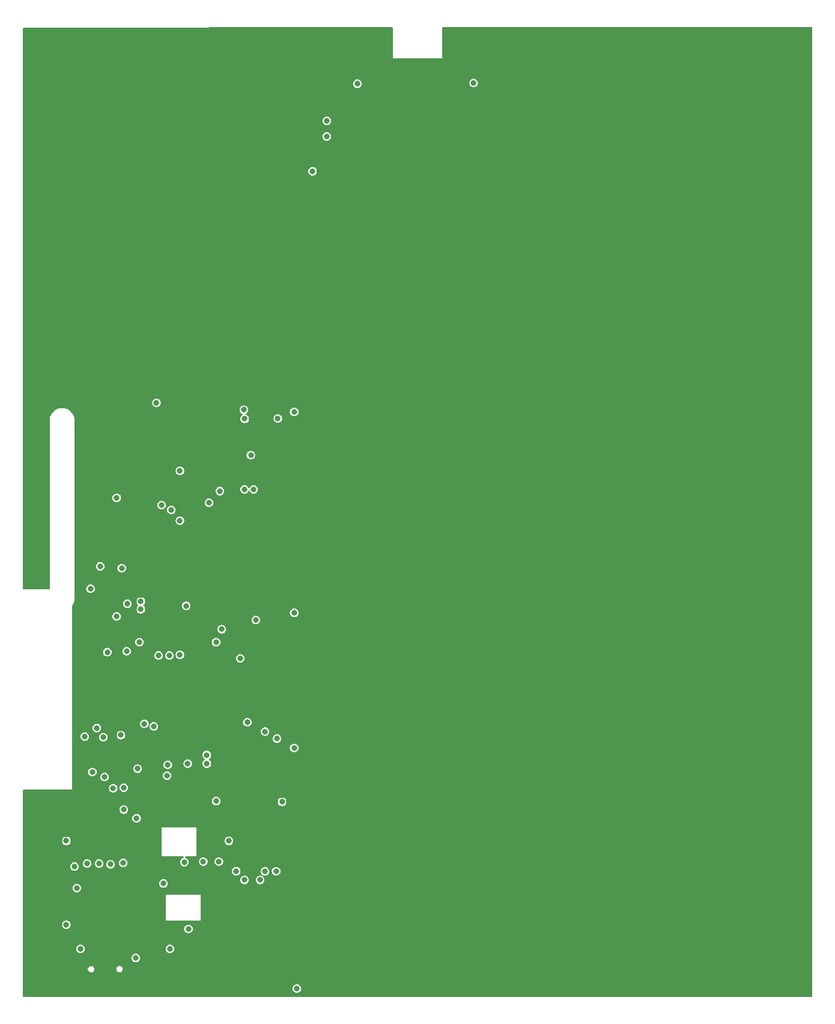
<source format=gbr>
%TF.GenerationSoftware,KiCad,Pcbnew,(5.99.0-10506-gb986797469)*%
%TF.CreationDate,2021-06-08T23:03:07+02:00*%
%TF.ProjectId,Navi_2_0,4e617669-5f32-45f3-902e-6b696361645f,rev?*%
%TF.SameCoordinates,Original*%
%TF.FileFunction,Copper,L3,Inr*%
%TF.FilePolarity,Positive*%
%FSLAX46Y46*%
G04 Gerber Fmt 4.6, Leading zero omitted, Abs format (unit mm)*
G04 Created by KiCad (PCBNEW (5.99.0-10506-gb986797469)) date 2021-06-08 23:03:07*
%MOMM*%
%LPD*%
G01*
G04 APERTURE LIST*
%TA.AperFunction,ViaPad*%
%ADD10C,0.800000*%
%TD*%
G04 APERTURE END LIST*
D10*
%TO.N,GND*%
X65400000Y-126000000D03*
X67999926Y-110724020D03*
X43400000Y-125200000D03*
X34450000Y-75000000D03*
X115000000Y-47775000D03*
X61900000Y-104900000D03*
X101600000Y-50800000D03*
X50800000Y-63500000D03*
X42000000Y-153600000D03*
X34450000Y-160000000D03*
X101600000Y-63500000D03*
X88900000Y-63500000D03*
X66375693Y-108426208D03*
X34450000Y-125000000D03*
X91500000Y-62700000D03*
X49800000Y-118000000D03*
X127000000Y-76200000D03*
X101600000Y-76200000D03*
X49600000Y-174600000D03*
X139700000Y-76200000D03*
X61400000Y-158200000D03*
X34450000Y-115000000D03*
X38100000Y-63500000D03*
X51500000Y-165170498D03*
X63500000Y-88900000D03*
X49200000Y-102300000D03*
X144625000Y-55000000D03*
X144625000Y-70000000D03*
X42200000Y-150800000D03*
X144625000Y-50000000D03*
X67400000Y-112300000D03*
X40000000Y-47775000D03*
X53400000Y-124400000D03*
X56900000Y-104900000D03*
X45000000Y-47775000D03*
X35600000Y-174100000D03*
X71700000Y-177600000D03*
X34450000Y-100000000D03*
X100000000Y-47775000D03*
X114300000Y-50800000D03*
X60425500Y-134800000D03*
X72000000Y-152600000D03*
X75000000Y-47775000D03*
X130000000Y-47775000D03*
X34450000Y-60000000D03*
X34450000Y-120000000D03*
X34450000Y-105000000D03*
X53400000Y-126000000D03*
X34450000Y-175000000D03*
X49800000Y-114800000D03*
X60000000Y-47775000D03*
X45700000Y-130200000D03*
X56900000Y-102300000D03*
X144625000Y-60000000D03*
X144625000Y-65000000D03*
X61400000Y-160200000D03*
X70000000Y-47775000D03*
X53400000Y-169600000D03*
X135000000Y-47775000D03*
X63500000Y-76200000D03*
X56900000Y-103600000D03*
X39800000Y-182000000D03*
X98500000Y-60500000D03*
X60400000Y-177900000D03*
X65300000Y-124000000D03*
X45600000Y-137000000D03*
X62400000Y-149300000D03*
X76200000Y-76200000D03*
X92400000Y-59000000D03*
X64600000Y-178000000D03*
X127000000Y-50800000D03*
X110000000Y-47775000D03*
X59400000Y-160200000D03*
X97400000Y-68200000D03*
X96000000Y-56200000D03*
X34450000Y-165000000D03*
X86600000Y-52600000D03*
X67400000Y-117600000D03*
X49800000Y-121200000D03*
X63500000Y-63500000D03*
X144625000Y-75000000D03*
X68400000Y-178200000D03*
X86600000Y-59000000D03*
X60198000Y-148082000D03*
X34450000Y-65000000D03*
X114300000Y-76200000D03*
X39800000Y-179600000D03*
X139700000Y-50800000D03*
X55500000Y-180400000D03*
X57400000Y-113400000D03*
X92400000Y-52600000D03*
X96100000Y-48100000D03*
X49200000Y-104800000D03*
X71800000Y-171700000D03*
X69700000Y-167200000D03*
X38100000Y-76200000D03*
X50800000Y-88900000D03*
X38100000Y-88900000D03*
X34450000Y-155000000D03*
X34450000Y-180000000D03*
X50800000Y-50800000D03*
X49800000Y-122800000D03*
X38100000Y-50800000D03*
X52200000Y-174600000D03*
X49800000Y-119600000D03*
X34450000Y-95000000D03*
X68200000Y-114100000D03*
X139700000Y-63500000D03*
X34450000Y-110000000D03*
X63500000Y-50800000D03*
X34450000Y-50000000D03*
X39800000Y-176000000D03*
X140000000Y-47775000D03*
X65000000Y-47775000D03*
X49900000Y-160200000D03*
X51800000Y-136600000D03*
X99200000Y-76200000D03*
X35000000Y-183300000D03*
X60900000Y-99500000D03*
X48000000Y-174600000D03*
X37112678Y-181770893D03*
X68900000Y-117850498D03*
X34450000Y-90000000D03*
X43300000Y-178900000D03*
X51200000Y-182000000D03*
X48639021Y-125277805D03*
X59400000Y-158200000D03*
X89400000Y-56600000D03*
X34450000Y-170000000D03*
X50800000Y-76200000D03*
X62300000Y-150700000D03*
X105000000Y-47775000D03*
X81100000Y-59900000D03*
X50000000Y-47775000D03*
X41900000Y-126300000D03*
X34450000Y-80000000D03*
X127000000Y-63500000D03*
X80000000Y-47775000D03*
X114300000Y-63500000D03*
X60300000Y-172100000D03*
X35000000Y-47775000D03*
X44200000Y-180700000D03*
X34450000Y-70000000D03*
X49800000Y-116400000D03*
X57600000Y-168700000D03*
X34450000Y-55000000D03*
X55000000Y-47775000D03*
X71900000Y-106800000D03*
X87500000Y-62800000D03*
X63800000Y-167400000D03*
X144625000Y-80000000D03*
X96100000Y-52200000D03*
X67300000Y-168800000D03*
X46026944Y-142373056D03*
X34450000Y-85000000D03*
X51800000Y-142400000D03*
X120000000Y-47775000D03*
X78300000Y-52400000D03*
X51200000Y-179600000D03*
X125000000Y-47775000D03*
X88900000Y-76200000D03*
X62500000Y-117225500D03*
%TO.N,+BATT*%
X61500000Y-164700000D03*
X59300000Y-164700000D03*
X57200000Y-174200000D03*
X43651000Y-152100000D03*
X53700000Y-167800000D03*
X44775000Y-123125000D03*
%TO.N,+3V3*%
X49900000Y-158600000D03*
X50500000Y-129200000D03*
X50500000Y-128100000D03*
X43400000Y-126300000D03*
X74700000Y-67500000D03*
X56625000Y-164775000D03*
X69800000Y-102300000D03*
X45400000Y-152800000D03*
X56000000Y-109700000D03*
X70400000Y-156300000D03*
%TO.N,EINK_VCC*%
X66000000Y-107500000D03*
X66400000Y-112300000D03*
%TO.N,I2C_DAT*%
X50038000Y-151638000D03*
X48100000Y-157400000D03*
%TO.N,EINK_SPI_MOSI*%
X56000000Y-116700000D03*
X56000000Y-135600000D03*
%TO.N,EINK_SPI_CLK*%
X53400000Y-114500000D03*
X53000000Y-135700000D03*
%TO.N,EINK_~CS*%
X54800000Y-115200000D03*
X54500000Y-135700000D03*
%TO.N,EINK_DC*%
X60100000Y-114200000D03*
X56900000Y-128700000D03*
%TO.N,EINK_STATE*%
X47100000Y-113500000D03*
X47100000Y-130200000D03*
%TO.N,SD_DAT0*%
X68005969Y-166100000D03*
X68000000Y-146400000D03*
%TO.N,SD_DAT1*%
X69700000Y-147400000D03*
X69562500Y-166062500D03*
%TO.N,SD_DAT2*%
X62900000Y-161800000D03*
X61900000Y-132000000D03*
%TO.N,EINK_VCC_~EN*%
X72100000Y-101400000D03*
X72100000Y-129700000D03*
%TO.N,SD_VCC_nEN*%
X59800000Y-150900000D03*
X57100000Y-150900000D03*
%TO.N,GPS_VCC_nEN*%
X52700000Y-100100000D03*
X50300000Y-133800000D03*
%TO.N,UART1_RX*%
X44600000Y-165000000D03*
X45200000Y-147200000D03*
%TO.N,UART1_TX*%
X42600000Y-147100000D03*
X42900000Y-165000000D03*
%TO.N,Net-(SW2-Pad1)*%
X45774500Y-135225500D03*
%TO.N,G_INT1*%
X46600000Y-154400000D03*
X47700000Y-146900000D03*
%TO.N,SD_nDET*%
X61100000Y-133800000D03*
X61100000Y-156200000D03*
X48500000Y-135100000D03*
X48600000Y-128400000D03*
%TO.N,+5V*%
X41970498Y-177000000D03*
X54600000Y-177000000D03*
X49800000Y-178300000D03*
X41474500Y-168424744D03*
X47800000Y-123400000D03*
%TO.N,ESP_~RST*%
X51000000Y-145300000D03*
X48000000Y-164900000D03*
%TO.N,SD_nCS*%
X65100000Y-167300000D03*
X65500000Y-145100000D03*
%TO.N,GPS_SUPPLY*%
X76700000Y-60400000D03*
X76700000Y-62600000D03*
X97400000Y-55100000D03*
X81000000Y-55200000D03*
%TO.N,Net-(R18-Pad2)*%
X72100000Y-148700000D03*
X72500000Y-182600000D03*
%TO.N,SD_CLK*%
X66700000Y-130700000D03*
X67300000Y-167300000D03*
%TO.N,SD_DAT3*%
X64500000Y-136100000D03*
X63950000Y-166050000D03*
%TO.N,Net-(J2-Pad19)*%
X65100000Y-112300000D03*
X65135000Y-102365000D03*
%TO.N,Net-(J2-Pad18)*%
X65000000Y-101095000D03*
X61637701Y-112537701D03*
%TO.N,Net-(Q5-Pad2)*%
X40000000Y-161800000D03*
X40000000Y-173600000D03*
%TO.N,Net-(Q4-Pad2)*%
X41150989Y-165425000D03*
X46200000Y-165100000D03*
%TO.N,I2C_CLK*%
X48100000Y-154300000D03*
X44300000Y-145900000D03*
%TO.N,UART_GPS_RX*%
X59800000Y-149700000D03*
X52325500Y-145700000D03*
%TO.N,UART_GPS_TX*%
X54300000Y-151100000D03*
X54200000Y-152600000D03*
%TD*%
%TA.AperFunction,Conductor*%
%TO.N,GND*%
G36*
X145109191Y-47218907D02*
G01*
X145145155Y-47268407D01*
X145150000Y-47299000D01*
X145150000Y-183651000D01*
X145131093Y-183709191D01*
X145081593Y-183745155D01*
X145051000Y-183750000D01*
X33949000Y-183750000D01*
X33890809Y-183731093D01*
X33854845Y-183681593D01*
X33850000Y-183651000D01*
X33850000Y-182600000D01*
X71894500Y-182600000D01*
X71915132Y-182756715D01*
X71975622Y-182902750D01*
X72071847Y-183028153D01*
X72197250Y-183124378D01*
X72343285Y-183184868D01*
X72500000Y-183205500D01*
X72656715Y-183184868D01*
X72802750Y-183124378D01*
X72928153Y-183028153D01*
X73024378Y-182902750D01*
X73084868Y-182756715D01*
X73105500Y-182600000D01*
X73084868Y-182443285D01*
X73024378Y-182297250D01*
X72928153Y-182171847D01*
X72802750Y-182075622D01*
X72656715Y-182015132D01*
X72500000Y-181994500D01*
X72343285Y-182015132D01*
X72197250Y-182075622D01*
X72071847Y-182171847D01*
X71975622Y-182297250D01*
X71915132Y-182443285D01*
X71894500Y-182600000D01*
X33850000Y-182600000D01*
X33850000Y-179914181D01*
X43049044Y-179914181D01*
X43087851Y-180043942D01*
X43163098Y-180156557D01*
X43168839Y-180161231D01*
X43262395Y-180237398D01*
X43262398Y-180237400D01*
X43268132Y-180242068D01*
X43393666Y-180292914D01*
X43528601Y-180304601D01*
X43595785Y-180290137D01*
X43653769Y-180277654D01*
X43653772Y-180277653D01*
X43661008Y-180276095D01*
X43730107Y-180237398D01*
X43772724Y-180213531D01*
X43779179Y-180209916D01*
X43872667Y-180111915D01*
X43933206Y-179990757D01*
X43945952Y-179914181D01*
X47049044Y-179914181D01*
X47087851Y-180043942D01*
X47163098Y-180156557D01*
X47168839Y-180161231D01*
X47262395Y-180237398D01*
X47262398Y-180237400D01*
X47268132Y-180242068D01*
X47393666Y-180292914D01*
X47528601Y-180304601D01*
X47595785Y-180290137D01*
X47653769Y-180277654D01*
X47653772Y-180277653D01*
X47661008Y-180276095D01*
X47730107Y-180237398D01*
X47772724Y-180213531D01*
X47779179Y-180209916D01*
X47872667Y-180111915D01*
X47933206Y-179990757D01*
X47955444Y-179857155D01*
X47955500Y-179850000D01*
X47944788Y-179778744D01*
X47936465Y-179723386D01*
X47936464Y-179723384D01*
X47935364Y-179716065D01*
X47876735Y-179593971D01*
X47784798Y-179494514D01*
X47667681Y-179426487D01*
X47660475Y-179424817D01*
X47660473Y-179424816D01*
X47623345Y-179416210D01*
X47535738Y-179395904D01*
X47400636Y-179405470D01*
X47356345Y-179422605D01*
X47281222Y-179451667D01*
X47281220Y-179451668D01*
X47274319Y-179454338D01*
X47167955Y-179538189D01*
X47090948Y-179649608D01*
X47050108Y-179778744D01*
X47049044Y-179914181D01*
X43945952Y-179914181D01*
X43955444Y-179857155D01*
X43955500Y-179850000D01*
X43944788Y-179778744D01*
X43936465Y-179723386D01*
X43936464Y-179723384D01*
X43935364Y-179716065D01*
X43876735Y-179593971D01*
X43784798Y-179494514D01*
X43667681Y-179426487D01*
X43660475Y-179424817D01*
X43660473Y-179424816D01*
X43623345Y-179416210D01*
X43535738Y-179395904D01*
X43400636Y-179405470D01*
X43356345Y-179422605D01*
X43281222Y-179451667D01*
X43281220Y-179451668D01*
X43274319Y-179454338D01*
X43167955Y-179538189D01*
X43090948Y-179649608D01*
X43050108Y-179778744D01*
X43049044Y-179914181D01*
X33850000Y-179914181D01*
X33850000Y-178300000D01*
X49194500Y-178300000D01*
X49215132Y-178456715D01*
X49275622Y-178602750D01*
X49371847Y-178728153D01*
X49497250Y-178824378D01*
X49643285Y-178884868D01*
X49800000Y-178905500D01*
X49956715Y-178884868D01*
X50102750Y-178824378D01*
X50228153Y-178728153D01*
X50324378Y-178602750D01*
X50384868Y-178456715D01*
X50405500Y-178300000D01*
X50384868Y-178143285D01*
X50324378Y-177997250D01*
X50228153Y-177871847D01*
X50102750Y-177775622D01*
X49956715Y-177715132D01*
X49800000Y-177694500D01*
X49643285Y-177715132D01*
X49497250Y-177775622D01*
X49371847Y-177871847D01*
X49275622Y-177997250D01*
X49215132Y-178143285D01*
X49194500Y-178300000D01*
X33850000Y-178300000D01*
X33850000Y-177000000D01*
X41364998Y-177000000D01*
X41385630Y-177156715D01*
X41446120Y-177302750D01*
X41542345Y-177428153D01*
X41667748Y-177524378D01*
X41813783Y-177584868D01*
X41970498Y-177605500D01*
X42127213Y-177584868D01*
X42273248Y-177524378D01*
X42398651Y-177428153D01*
X42494876Y-177302750D01*
X42555366Y-177156715D01*
X42575998Y-177000000D01*
X53994500Y-177000000D01*
X54015132Y-177156715D01*
X54075622Y-177302750D01*
X54171847Y-177428153D01*
X54297250Y-177524378D01*
X54443285Y-177584868D01*
X54600000Y-177605500D01*
X54756715Y-177584868D01*
X54902750Y-177524378D01*
X55028153Y-177428153D01*
X55124378Y-177302750D01*
X55184868Y-177156715D01*
X55205500Y-177000000D01*
X55184868Y-176843285D01*
X55124378Y-176697250D01*
X55028153Y-176571847D01*
X54902750Y-176475622D01*
X54756715Y-176415132D01*
X54600000Y-176394500D01*
X54443285Y-176415132D01*
X54297250Y-176475622D01*
X54171847Y-176571847D01*
X54075622Y-176697250D01*
X54015132Y-176843285D01*
X53994500Y-177000000D01*
X42575998Y-177000000D01*
X42555366Y-176843285D01*
X42494876Y-176697250D01*
X42398651Y-176571847D01*
X42273248Y-176475622D01*
X42127213Y-176415132D01*
X41970498Y-176394500D01*
X41813783Y-176415132D01*
X41667748Y-176475622D01*
X41542345Y-176571847D01*
X41446120Y-176697250D01*
X41385630Y-176843285D01*
X41364998Y-177000000D01*
X33850000Y-177000000D01*
X33850000Y-173600000D01*
X39394500Y-173600000D01*
X39415132Y-173756715D01*
X39475622Y-173902750D01*
X39571847Y-174028153D01*
X39697250Y-174124378D01*
X39843285Y-174184868D01*
X40000000Y-174205500D01*
X40041776Y-174200000D01*
X56594500Y-174200000D01*
X56615132Y-174356715D01*
X56675622Y-174502750D01*
X56771847Y-174628153D01*
X56897250Y-174724378D01*
X57043285Y-174784868D01*
X57200000Y-174805500D01*
X57356715Y-174784868D01*
X57502750Y-174724378D01*
X57628153Y-174628153D01*
X57724378Y-174502750D01*
X57784868Y-174356715D01*
X57805500Y-174200000D01*
X57784868Y-174043285D01*
X57724378Y-173897250D01*
X57628153Y-173771847D01*
X57502750Y-173675622D01*
X57356715Y-173615132D01*
X57200000Y-173594500D01*
X57043285Y-173615132D01*
X56897250Y-173675622D01*
X56771847Y-173771847D01*
X56675622Y-173897250D01*
X56615132Y-174043285D01*
X56594500Y-174200000D01*
X40041776Y-174200000D01*
X40156715Y-174184868D01*
X40302750Y-174124378D01*
X40428153Y-174028153D01*
X40524378Y-173902750D01*
X40584868Y-173756715D01*
X40605500Y-173600000D01*
X40584868Y-173443285D01*
X40524378Y-173297250D01*
X40428153Y-173171847D01*
X40302750Y-173075622D01*
X40156715Y-173015132D01*
X40000000Y-172994500D01*
X39843285Y-173015132D01*
X39697250Y-173075622D01*
X39571847Y-173171847D01*
X39475622Y-173297250D01*
X39415132Y-173443285D01*
X39394500Y-173600000D01*
X33850000Y-173600000D01*
X33850000Y-169400000D01*
X54000000Y-169400000D01*
X54000000Y-173000000D01*
X58900000Y-173000000D01*
X58900000Y-169400000D01*
X54000000Y-169400000D01*
X33850000Y-169400000D01*
X33850000Y-168424744D01*
X40869000Y-168424744D01*
X40889632Y-168581459D01*
X40950122Y-168727494D01*
X41046347Y-168852897D01*
X41171750Y-168949122D01*
X41317785Y-169009612D01*
X41474500Y-169030244D01*
X41631215Y-169009612D01*
X41777250Y-168949122D01*
X41902653Y-168852897D01*
X41998878Y-168727494D01*
X42059368Y-168581459D01*
X42080000Y-168424744D01*
X42059368Y-168268029D01*
X41998878Y-168121994D01*
X41902653Y-167996591D01*
X41777250Y-167900366D01*
X41631215Y-167839876D01*
X41474500Y-167819244D01*
X41317785Y-167839876D01*
X41171750Y-167900366D01*
X41046347Y-167996591D01*
X40950122Y-168121994D01*
X40889632Y-168268029D01*
X40869000Y-168424744D01*
X33850000Y-168424744D01*
X33850000Y-167800000D01*
X53094500Y-167800000D01*
X53115132Y-167956715D01*
X53175622Y-168102750D01*
X53271847Y-168228153D01*
X53397250Y-168324378D01*
X53543285Y-168384868D01*
X53700000Y-168405500D01*
X53856715Y-168384868D01*
X54002750Y-168324378D01*
X54128153Y-168228153D01*
X54224378Y-168102750D01*
X54284868Y-167956715D01*
X54305500Y-167800000D01*
X54284868Y-167643285D01*
X54224378Y-167497250D01*
X54128153Y-167371847D01*
X54034520Y-167300000D01*
X64494500Y-167300000D01*
X64515132Y-167456715D01*
X64575622Y-167602750D01*
X64671847Y-167728153D01*
X64797250Y-167824378D01*
X64943285Y-167884868D01*
X65100000Y-167905500D01*
X65256715Y-167884868D01*
X65402750Y-167824378D01*
X65528153Y-167728153D01*
X65624378Y-167602750D01*
X65684868Y-167456715D01*
X65705500Y-167300000D01*
X66694500Y-167300000D01*
X66715132Y-167456715D01*
X66775622Y-167602750D01*
X66871847Y-167728153D01*
X66997250Y-167824378D01*
X67143285Y-167884868D01*
X67300000Y-167905500D01*
X67456715Y-167884868D01*
X67602750Y-167824378D01*
X67728153Y-167728153D01*
X67824378Y-167602750D01*
X67884868Y-167456715D01*
X67905500Y-167300000D01*
X67884868Y-167143285D01*
X67824378Y-166997250D01*
X67728153Y-166871847D01*
X67653165Y-166814307D01*
X67618511Y-166763883D01*
X67618752Y-166754667D01*
X67589943Y-166763200D01*
X67554649Y-166755698D01*
X67462712Y-166717616D01*
X67456715Y-166715132D01*
X67300000Y-166694500D01*
X67143285Y-166715132D01*
X66997250Y-166775622D01*
X66871847Y-166871847D01*
X66775622Y-166997250D01*
X66715132Y-167143285D01*
X66694500Y-167300000D01*
X65705500Y-167300000D01*
X65684868Y-167143285D01*
X65624378Y-166997250D01*
X65528153Y-166871847D01*
X65402750Y-166775622D01*
X65256715Y-166715132D01*
X65100000Y-166694500D01*
X64943285Y-166715132D01*
X64797250Y-166775622D01*
X64671847Y-166871847D01*
X64575622Y-166997250D01*
X64515132Y-167143285D01*
X64494500Y-167300000D01*
X54034520Y-167300000D01*
X54002750Y-167275622D01*
X53856715Y-167215132D01*
X53700000Y-167194500D01*
X53543285Y-167215132D01*
X53397250Y-167275622D01*
X53271847Y-167371847D01*
X53175622Y-167497250D01*
X53115132Y-167643285D01*
X53094500Y-167800000D01*
X33850000Y-167800000D01*
X33850000Y-166050000D01*
X63344500Y-166050000D01*
X63365132Y-166206715D01*
X63425622Y-166352750D01*
X63521847Y-166478153D01*
X63647250Y-166574378D01*
X63793285Y-166634868D01*
X63950000Y-166655500D01*
X64106715Y-166634868D01*
X64252750Y-166574378D01*
X64378153Y-166478153D01*
X64474378Y-166352750D01*
X64534868Y-166206715D01*
X64548917Y-166100000D01*
X67400469Y-166100000D01*
X67421101Y-166256715D01*
X67481591Y-166402750D01*
X67577816Y-166528153D01*
X67652804Y-166585693D01*
X67687458Y-166636117D01*
X67687217Y-166645333D01*
X67716026Y-166636800D01*
X67751319Y-166644302D01*
X67849254Y-166684868D01*
X68005969Y-166705500D01*
X68162684Y-166684868D01*
X68308719Y-166624378D01*
X68434122Y-166528153D01*
X68530347Y-166402750D01*
X68590837Y-166256715D01*
X68611469Y-166100000D01*
X68606532Y-166062500D01*
X68957000Y-166062500D01*
X68977632Y-166219215D01*
X69038122Y-166365250D01*
X69134347Y-166490653D01*
X69259750Y-166586878D01*
X69405785Y-166647368D01*
X69562500Y-166668000D01*
X69719215Y-166647368D01*
X69865250Y-166586878D01*
X69990653Y-166490653D01*
X70086878Y-166365250D01*
X70147368Y-166219215D01*
X70168000Y-166062500D01*
X70147368Y-165905785D01*
X70086878Y-165759750D01*
X69990653Y-165634347D01*
X69865250Y-165538122D01*
X69719215Y-165477632D01*
X69562500Y-165457000D01*
X69405785Y-165477632D01*
X69259750Y-165538122D01*
X69134347Y-165634347D01*
X69038122Y-165759750D01*
X68977632Y-165905785D01*
X68957000Y-166062500D01*
X68606532Y-166062500D01*
X68590837Y-165943285D01*
X68530347Y-165797250D01*
X68434122Y-165671847D01*
X68308719Y-165575622D01*
X68162684Y-165515132D01*
X68005969Y-165494500D01*
X67849254Y-165515132D01*
X67703219Y-165575622D01*
X67577816Y-165671847D01*
X67481591Y-165797250D01*
X67421101Y-165943285D01*
X67400469Y-166100000D01*
X64548917Y-166100000D01*
X64555500Y-166050000D01*
X64534868Y-165893285D01*
X64474378Y-165747250D01*
X64378153Y-165621847D01*
X64252750Y-165525622D01*
X64106715Y-165465132D01*
X63950000Y-165444500D01*
X63793285Y-165465132D01*
X63647250Y-165525622D01*
X63521847Y-165621847D01*
X63425622Y-165747250D01*
X63365132Y-165893285D01*
X63344500Y-166050000D01*
X33850000Y-166050000D01*
X33850000Y-165425000D01*
X40545489Y-165425000D01*
X40566121Y-165581715D01*
X40626611Y-165727750D01*
X40722836Y-165853153D01*
X40848239Y-165949378D01*
X40994274Y-166009868D01*
X41150989Y-166030500D01*
X41307704Y-166009868D01*
X41453739Y-165949378D01*
X41579142Y-165853153D01*
X41675367Y-165727750D01*
X41735857Y-165581715D01*
X41756489Y-165425000D01*
X41735857Y-165268285D01*
X41675367Y-165122250D01*
X41581561Y-165000000D01*
X42294500Y-165000000D01*
X42315132Y-165156715D01*
X42375622Y-165302750D01*
X42471847Y-165428153D01*
X42597250Y-165524378D01*
X42743285Y-165584868D01*
X42900000Y-165605500D01*
X43056715Y-165584868D01*
X43202750Y-165524378D01*
X43328153Y-165428153D01*
X43424378Y-165302750D01*
X43484868Y-165156715D01*
X43505500Y-165000000D01*
X43994500Y-165000000D01*
X44015132Y-165156715D01*
X44075622Y-165302750D01*
X44171847Y-165428153D01*
X44297250Y-165524378D01*
X44443285Y-165584868D01*
X44600000Y-165605500D01*
X44756715Y-165584868D01*
X44902750Y-165524378D01*
X45028153Y-165428153D01*
X45124378Y-165302750D01*
X45184868Y-165156715D01*
X45192335Y-165100000D01*
X45594500Y-165100000D01*
X45615132Y-165256715D01*
X45617616Y-165262712D01*
X45626793Y-165284868D01*
X45675622Y-165402750D01*
X45771847Y-165528153D01*
X45897250Y-165624378D01*
X46043285Y-165684868D01*
X46200000Y-165705500D01*
X46356715Y-165684868D01*
X46502750Y-165624378D01*
X46628153Y-165528153D01*
X46724378Y-165402750D01*
X46773207Y-165284868D01*
X46782384Y-165262712D01*
X46784868Y-165256715D01*
X46805500Y-165100000D01*
X46784868Y-164943285D01*
X46766939Y-164900000D01*
X47394500Y-164900000D01*
X47415132Y-165056715D01*
X47475622Y-165202750D01*
X47571847Y-165328153D01*
X47697250Y-165424378D01*
X47843285Y-165484868D01*
X48000000Y-165505500D01*
X48156715Y-165484868D01*
X48302750Y-165424378D01*
X48428153Y-165328153D01*
X48524378Y-165202750D01*
X48584868Y-165056715D01*
X48605500Y-164900000D01*
X48584868Y-164743285D01*
X48524378Y-164597250D01*
X48428153Y-164471847D01*
X48302750Y-164375622D01*
X48156715Y-164315132D01*
X48000000Y-164294500D01*
X47843285Y-164315132D01*
X47697250Y-164375622D01*
X47571847Y-164471847D01*
X47475622Y-164597250D01*
X47415132Y-164743285D01*
X47394500Y-164900000D01*
X46766939Y-164900000D01*
X46724378Y-164797250D01*
X46628153Y-164671847D01*
X46502750Y-164575622D01*
X46356715Y-164515132D01*
X46200000Y-164494500D01*
X46043285Y-164515132D01*
X45897250Y-164575622D01*
X45771847Y-164671847D01*
X45675622Y-164797250D01*
X45615132Y-164943285D01*
X45594500Y-165100000D01*
X45192335Y-165100000D01*
X45205500Y-165000000D01*
X45184868Y-164843285D01*
X45124378Y-164697250D01*
X45028153Y-164571847D01*
X44902750Y-164475622D01*
X44756715Y-164415132D01*
X44600000Y-164394500D01*
X44443285Y-164415132D01*
X44297250Y-164475622D01*
X44171847Y-164571847D01*
X44075622Y-164697250D01*
X44015132Y-164843285D01*
X43994500Y-165000000D01*
X43505500Y-165000000D01*
X43484868Y-164843285D01*
X43424378Y-164697250D01*
X43328153Y-164571847D01*
X43202750Y-164475622D01*
X43056715Y-164415132D01*
X42900000Y-164394500D01*
X42743285Y-164415132D01*
X42597250Y-164475622D01*
X42471847Y-164571847D01*
X42375622Y-164697250D01*
X42315132Y-164843285D01*
X42294500Y-165000000D01*
X41581561Y-165000000D01*
X41579142Y-164996847D01*
X41453739Y-164900622D01*
X41307704Y-164840132D01*
X41150989Y-164819500D01*
X40994274Y-164840132D01*
X40848239Y-164900622D01*
X40722836Y-164996847D01*
X40626611Y-165122250D01*
X40566121Y-165268285D01*
X40545489Y-165425000D01*
X33850000Y-165425000D01*
X33850000Y-161800000D01*
X39394500Y-161800000D01*
X39415132Y-161956715D01*
X39475622Y-162102750D01*
X39571847Y-162228153D01*
X39697250Y-162324378D01*
X39843285Y-162384868D01*
X40000000Y-162405500D01*
X40156715Y-162384868D01*
X40302750Y-162324378D01*
X40428153Y-162228153D01*
X40524378Y-162102750D01*
X40584868Y-161956715D01*
X40605500Y-161800000D01*
X40584868Y-161643285D01*
X40524378Y-161497250D01*
X40428153Y-161371847D01*
X40302750Y-161275622D01*
X40156715Y-161215132D01*
X40000000Y-161194500D01*
X39843285Y-161215132D01*
X39697250Y-161275622D01*
X39571847Y-161371847D01*
X39475622Y-161497250D01*
X39415132Y-161643285D01*
X39394500Y-161800000D01*
X33850000Y-161800000D01*
X33850000Y-159900000D01*
X53400000Y-159900000D01*
X53400000Y-164000000D01*
X56429597Y-164000000D01*
X56487788Y-164018907D01*
X56523752Y-164068407D01*
X56523752Y-164129593D01*
X56487788Y-164179093D01*
X56467483Y-164190464D01*
X56322250Y-164250622D01*
X56196847Y-164346847D01*
X56100622Y-164472250D01*
X56040132Y-164618285D01*
X56019500Y-164775000D01*
X56040132Y-164931715D01*
X56100622Y-165077750D01*
X56196847Y-165203153D01*
X56322250Y-165299378D01*
X56468285Y-165359868D01*
X56625000Y-165380500D01*
X56781715Y-165359868D01*
X56927750Y-165299378D01*
X57053153Y-165203153D01*
X57149378Y-165077750D01*
X57209868Y-164931715D01*
X57230500Y-164775000D01*
X57220626Y-164700000D01*
X58694500Y-164700000D01*
X58715132Y-164856715D01*
X58775622Y-165002750D01*
X58871847Y-165128153D01*
X58997250Y-165224378D01*
X59143285Y-165284868D01*
X59300000Y-165305500D01*
X59456715Y-165284868D01*
X59602750Y-165224378D01*
X59728153Y-165128153D01*
X59824378Y-165002750D01*
X59884868Y-164856715D01*
X59905500Y-164700000D01*
X60894500Y-164700000D01*
X60915132Y-164856715D01*
X60975622Y-165002750D01*
X61071847Y-165128153D01*
X61197250Y-165224378D01*
X61343285Y-165284868D01*
X61500000Y-165305500D01*
X61656715Y-165284868D01*
X61802750Y-165224378D01*
X61928153Y-165128153D01*
X62024378Y-165002750D01*
X62084868Y-164856715D01*
X62105500Y-164700000D01*
X62084868Y-164543285D01*
X62074236Y-164517616D01*
X62026861Y-164403245D01*
X62024378Y-164397250D01*
X61928153Y-164271847D01*
X61802750Y-164175622D01*
X61656715Y-164115132D01*
X61500000Y-164094500D01*
X61343285Y-164115132D01*
X61197250Y-164175622D01*
X61071847Y-164271847D01*
X60975622Y-164397250D01*
X60973139Y-164403245D01*
X60925765Y-164517616D01*
X60915132Y-164543285D01*
X60894500Y-164700000D01*
X59905500Y-164700000D01*
X59884868Y-164543285D01*
X59874236Y-164517616D01*
X59826861Y-164403245D01*
X59824378Y-164397250D01*
X59728153Y-164271847D01*
X59602750Y-164175622D01*
X59456715Y-164115132D01*
X59300000Y-164094500D01*
X59143285Y-164115132D01*
X58997250Y-164175622D01*
X58871847Y-164271847D01*
X58775622Y-164397250D01*
X58773139Y-164403245D01*
X58725765Y-164517616D01*
X58715132Y-164543285D01*
X58694500Y-164700000D01*
X57220626Y-164700000D01*
X57209868Y-164618285D01*
X57149378Y-164472250D01*
X57053153Y-164346847D01*
X56927750Y-164250622D01*
X56782517Y-164190464D01*
X56735991Y-164150727D01*
X56721708Y-164091232D01*
X56745123Y-164034704D01*
X56797292Y-164002735D01*
X56820403Y-164000000D01*
X58300000Y-164000000D01*
X58300000Y-161800000D01*
X62294500Y-161800000D01*
X62315132Y-161956715D01*
X62375622Y-162102750D01*
X62471847Y-162228153D01*
X62597250Y-162324378D01*
X62743285Y-162384868D01*
X62900000Y-162405500D01*
X63056715Y-162384868D01*
X63202750Y-162324378D01*
X63328153Y-162228153D01*
X63424378Y-162102750D01*
X63484868Y-161956715D01*
X63505500Y-161800000D01*
X63484868Y-161643285D01*
X63424378Y-161497250D01*
X63328153Y-161371847D01*
X63202750Y-161275622D01*
X63056715Y-161215132D01*
X62900000Y-161194500D01*
X62743285Y-161215132D01*
X62597250Y-161275622D01*
X62471847Y-161371847D01*
X62375622Y-161497250D01*
X62315132Y-161643285D01*
X62294500Y-161800000D01*
X58300000Y-161800000D01*
X58300000Y-159900000D01*
X53400000Y-159900000D01*
X33850000Y-159900000D01*
X33850000Y-158600000D01*
X49294500Y-158600000D01*
X49315132Y-158756715D01*
X49375622Y-158902750D01*
X49471847Y-159028153D01*
X49597250Y-159124378D01*
X49743285Y-159184868D01*
X49900000Y-159205500D01*
X50056715Y-159184868D01*
X50202750Y-159124378D01*
X50328153Y-159028153D01*
X50424378Y-158902750D01*
X50484868Y-158756715D01*
X50505500Y-158600000D01*
X50484868Y-158443285D01*
X50424378Y-158297250D01*
X50328153Y-158171847D01*
X50202750Y-158075622D01*
X50056715Y-158015132D01*
X49900000Y-157994500D01*
X49743285Y-158015132D01*
X49597250Y-158075622D01*
X49471847Y-158171847D01*
X49375622Y-158297250D01*
X49315132Y-158443285D01*
X49294500Y-158600000D01*
X33850000Y-158600000D01*
X33850000Y-157400000D01*
X47494500Y-157400000D01*
X47515132Y-157556715D01*
X47575622Y-157702750D01*
X47671847Y-157828153D01*
X47797250Y-157924378D01*
X47943285Y-157984868D01*
X48100000Y-158005500D01*
X48256715Y-157984868D01*
X48402750Y-157924378D01*
X48528153Y-157828153D01*
X48624378Y-157702750D01*
X48684868Y-157556715D01*
X48705500Y-157400000D01*
X48684868Y-157243285D01*
X48624378Y-157097250D01*
X48528153Y-156971847D01*
X48402750Y-156875622D01*
X48256715Y-156815132D01*
X48100000Y-156794500D01*
X47943285Y-156815132D01*
X47797250Y-156875622D01*
X47671847Y-156971847D01*
X47575622Y-157097250D01*
X47515132Y-157243285D01*
X47494500Y-157400000D01*
X33850000Y-157400000D01*
X33850000Y-156200000D01*
X60494500Y-156200000D01*
X60515132Y-156356715D01*
X60575622Y-156502750D01*
X60671847Y-156628153D01*
X60797250Y-156724378D01*
X60943285Y-156784868D01*
X61100000Y-156805500D01*
X61256715Y-156784868D01*
X61402750Y-156724378D01*
X61528153Y-156628153D01*
X61624378Y-156502750D01*
X61684868Y-156356715D01*
X61692335Y-156300000D01*
X69794500Y-156300000D01*
X69815132Y-156456715D01*
X69875622Y-156602750D01*
X69971847Y-156728153D01*
X70097250Y-156824378D01*
X70243285Y-156884868D01*
X70400000Y-156905500D01*
X70556715Y-156884868D01*
X70702750Y-156824378D01*
X70828153Y-156728153D01*
X70924378Y-156602750D01*
X70984868Y-156456715D01*
X71005500Y-156300000D01*
X70984868Y-156143285D01*
X70924378Y-155997250D01*
X70828153Y-155871847D01*
X70702750Y-155775622D01*
X70556715Y-155715132D01*
X70400000Y-155694500D01*
X70243285Y-155715132D01*
X70097250Y-155775622D01*
X69971847Y-155871847D01*
X69875622Y-155997250D01*
X69815132Y-156143285D01*
X69794500Y-156300000D01*
X61692335Y-156300000D01*
X61705500Y-156200000D01*
X61684868Y-156043285D01*
X61624378Y-155897250D01*
X61528153Y-155771847D01*
X61402750Y-155675622D01*
X61256715Y-155615132D01*
X61100000Y-155594500D01*
X60943285Y-155615132D01*
X60797250Y-155675622D01*
X60671847Y-155771847D01*
X60575622Y-155897250D01*
X60515132Y-156043285D01*
X60494500Y-156200000D01*
X33850000Y-156200000D01*
X33850000Y-154699000D01*
X33868907Y-154640809D01*
X33918407Y-154604845D01*
X33949000Y-154600000D01*
X40800000Y-154600000D01*
X40800000Y-154400000D01*
X45994500Y-154400000D01*
X46015132Y-154556715D01*
X46075622Y-154702750D01*
X46171847Y-154828153D01*
X46297250Y-154924378D01*
X46443285Y-154984868D01*
X46600000Y-155005500D01*
X46756715Y-154984868D01*
X46902750Y-154924378D01*
X47028153Y-154828153D01*
X47124378Y-154702750D01*
X47184868Y-154556715D01*
X47205500Y-154400000D01*
X47192335Y-154300000D01*
X47494500Y-154300000D01*
X47515132Y-154456715D01*
X47575622Y-154602750D01*
X47671847Y-154728153D01*
X47797250Y-154824378D01*
X47943285Y-154884868D01*
X48100000Y-154905500D01*
X48256715Y-154884868D01*
X48402750Y-154824378D01*
X48528153Y-154728153D01*
X48624378Y-154602750D01*
X48684868Y-154456715D01*
X48705500Y-154300000D01*
X48684868Y-154143285D01*
X48624378Y-153997250D01*
X48528153Y-153871847D01*
X48402750Y-153775622D01*
X48256715Y-153715132D01*
X48100000Y-153694500D01*
X47943285Y-153715132D01*
X47797250Y-153775622D01*
X47671847Y-153871847D01*
X47575622Y-153997250D01*
X47515132Y-154143285D01*
X47494500Y-154300000D01*
X47192335Y-154300000D01*
X47184868Y-154243285D01*
X47124378Y-154097250D01*
X47028153Y-153971847D01*
X46902750Y-153875622D01*
X46756715Y-153815132D01*
X46600000Y-153794500D01*
X46443285Y-153815132D01*
X46297250Y-153875622D01*
X46171847Y-153971847D01*
X46075622Y-154097250D01*
X46015132Y-154243285D01*
X45994500Y-154400000D01*
X40800000Y-154400000D01*
X40800000Y-152800000D01*
X44794500Y-152800000D01*
X44815132Y-152956715D01*
X44875622Y-153102750D01*
X44971847Y-153228153D01*
X45097250Y-153324378D01*
X45243285Y-153384868D01*
X45400000Y-153405500D01*
X45556715Y-153384868D01*
X45702750Y-153324378D01*
X45828153Y-153228153D01*
X45924378Y-153102750D01*
X45984868Y-152956715D01*
X46005500Y-152800000D01*
X45984868Y-152643285D01*
X45966939Y-152600000D01*
X53594500Y-152600000D01*
X53615132Y-152756715D01*
X53675622Y-152902750D01*
X53771847Y-153028153D01*
X53897250Y-153124378D01*
X54043285Y-153184868D01*
X54200000Y-153205500D01*
X54356715Y-153184868D01*
X54502750Y-153124378D01*
X54628153Y-153028153D01*
X54724378Y-152902750D01*
X54784868Y-152756715D01*
X54805500Y-152600000D01*
X54784868Y-152443285D01*
X54724378Y-152297250D01*
X54628153Y-152171847D01*
X54502750Y-152075622D01*
X54356715Y-152015132D01*
X54200000Y-151994500D01*
X54043285Y-152015132D01*
X53897250Y-152075622D01*
X53771847Y-152171847D01*
X53675622Y-152297250D01*
X53615132Y-152443285D01*
X53594500Y-152600000D01*
X45966939Y-152600000D01*
X45924378Y-152497250D01*
X45828153Y-152371847D01*
X45702750Y-152275622D01*
X45556715Y-152215132D01*
X45400000Y-152194500D01*
X45243285Y-152215132D01*
X45097250Y-152275622D01*
X44971847Y-152371847D01*
X44875622Y-152497250D01*
X44815132Y-152643285D01*
X44794500Y-152800000D01*
X40800000Y-152800000D01*
X40800000Y-152100000D01*
X43045500Y-152100000D01*
X43066132Y-152256715D01*
X43126622Y-152402750D01*
X43222847Y-152528153D01*
X43348250Y-152624378D01*
X43494285Y-152684868D01*
X43651000Y-152705500D01*
X43807715Y-152684868D01*
X43953750Y-152624378D01*
X44079153Y-152528153D01*
X44175378Y-152402750D01*
X44235868Y-152256715D01*
X44256500Y-152100000D01*
X44235868Y-151943285D01*
X44175378Y-151797250D01*
X44079153Y-151671847D01*
X44035043Y-151638000D01*
X49432500Y-151638000D01*
X49453132Y-151794715D01*
X49513622Y-151940750D01*
X49609847Y-152066153D01*
X49735250Y-152162378D01*
X49881285Y-152222868D01*
X50038000Y-152243500D01*
X50194715Y-152222868D01*
X50340750Y-152162378D01*
X50466153Y-152066153D01*
X50562378Y-151940750D01*
X50622868Y-151794715D01*
X50643500Y-151638000D01*
X50622868Y-151481285D01*
X50562378Y-151335250D01*
X50466153Y-151209847D01*
X50340750Y-151113622D01*
X50307864Y-151100000D01*
X53694500Y-151100000D01*
X53715132Y-151256715D01*
X53775622Y-151402750D01*
X53871847Y-151528153D01*
X53997250Y-151624378D01*
X54143285Y-151684868D01*
X54300000Y-151705500D01*
X54456715Y-151684868D01*
X54602750Y-151624378D01*
X54728153Y-151528153D01*
X54824378Y-151402750D01*
X54884868Y-151256715D01*
X54905500Y-151100000D01*
X54884868Y-150943285D01*
X54866939Y-150900000D01*
X56494500Y-150900000D01*
X56515132Y-151056715D01*
X56575622Y-151202750D01*
X56671847Y-151328153D01*
X56797250Y-151424378D01*
X56943285Y-151484868D01*
X57100000Y-151505500D01*
X57256715Y-151484868D01*
X57402750Y-151424378D01*
X57528153Y-151328153D01*
X57624378Y-151202750D01*
X57684868Y-151056715D01*
X57705500Y-150900000D01*
X57684868Y-150743285D01*
X57624378Y-150597250D01*
X57528153Y-150471847D01*
X57402750Y-150375622D01*
X57256715Y-150315132D01*
X57100000Y-150294500D01*
X56943285Y-150315132D01*
X56797250Y-150375622D01*
X56671847Y-150471847D01*
X56575622Y-150597250D01*
X56515132Y-150743285D01*
X56494500Y-150900000D01*
X54866939Y-150900000D01*
X54824378Y-150797250D01*
X54728153Y-150671847D01*
X54602750Y-150575622D01*
X54456715Y-150515132D01*
X54300000Y-150494500D01*
X54143285Y-150515132D01*
X53997250Y-150575622D01*
X53871847Y-150671847D01*
X53775622Y-150797250D01*
X53715132Y-150943285D01*
X53694500Y-151100000D01*
X50307864Y-151100000D01*
X50194715Y-151053132D01*
X50038000Y-151032500D01*
X49881285Y-151053132D01*
X49735250Y-151113622D01*
X49609847Y-151209847D01*
X49513622Y-151335250D01*
X49453132Y-151481285D01*
X49432500Y-151638000D01*
X44035043Y-151638000D01*
X43953750Y-151575622D01*
X43807715Y-151515132D01*
X43651000Y-151494500D01*
X43494285Y-151515132D01*
X43348250Y-151575622D01*
X43222847Y-151671847D01*
X43126622Y-151797250D01*
X43066132Y-151943285D01*
X43045500Y-152100000D01*
X40800000Y-152100000D01*
X40800000Y-149700000D01*
X59194500Y-149700000D01*
X59215132Y-149856715D01*
X59275622Y-150002750D01*
X59371847Y-150128153D01*
X59377000Y-150132107D01*
X59493445Y-150221458D01*
X59528101Y-150271882D01*
X59526500Y-150333047D01*
X59493446Y-150378541D01*
X59371847Y-150471847D01*
X59275622Y-150597250D01*
X59215132Y-150743285D01*
X59194500Y-150900000D01*
X59215132Y-151056715D01*
X59275622Y-151202750D01*
X59371847Y-151328153D01*
X59497250Y-151424378D01*
X59643285Y-151484868D01*
X59800000Y-151505500D01*
X59956715Y-151484868D01*
X60102750Y-151424378D01*
X60228153Y-151328153D01*
X60324378Y-151202750D01*
X60384868Y-151056715D01*
X60405500Y-150900000D01*
X60384868Y-150743285D01*
X60324378Y-150597250D01*
X60228153Y-150471847D01*
X60106555Y-150378541D01*
X60071899Y-150328118D01*
X60073500Y-150266953D01*
X60106555Y-150221458D01*
X60223000Y-150132107D01*
X60228153Y-150128153D01*
X60324378Y-150002750D01*
X60384868Y-149856715D01*
X60405500Y-149700000D01*
X60384868Y-149543285D01*
X60324378Y-149397250D01*
X60228153Y-149271847D01*
X60102750Y-149175622D01*
X59956715Y-149115132D01*
X59800000Y-149094500D01*
X59643285Y-149115132D01*
X59497250Y-149175622D01*
X59371847Y-149271847D01*
X59275622Y-149397250D01*
X59215132Y-149543285D01*
X59194500Y-149700000D01*
X40800000Y-149700000D01*
X40800000Y-148700000D01*
X71494500Y-148700000D01*
X71515132Y-148856715D01*
X71575622Y-149002750D01*
X71671847Y-149128153D01*
X71797250Y-149224378D01*
X71943285Y-149284868D01*
X72100000Y-149305500D01*
X72256715Y-149284868D01*
X72402750Y-149224378D01*
X72528153Y-149128153D01*
X72624378Y-149002750D01*
X72684868Y-148856715D01*
X72705500Y-148700000D01*
X72684868Y-148543285D01*
X72624378Y-148397250D01*
X72528153Y-148271847D01*
X72402750Y-148175622D01*
X72256715Y-148115132D01*
X72100000Y-148094500D01*
X71943285Y-148115132D01*
X71797250Y-148175622D01*
X71671847Y-148271847D01*
X71575622Y-148397250D01*
X71515132Y-148543285D01*
X71494500Y-148700000D01*
X40800000Y-148700000D01*
X40800000Y-147100000D01*
X41994500Y-147100000D01*
X42015132Y-147256715D01*
X42075622Y-147402750D01*
X42171847Y-147528153D01*
X42297250Y-147624378D01*
X42443285Y-147684868D01*
X42600000Y-147705500D01*
X42756715Y-147684868D01*
X42902750Y-147624378D01*
X43028153Y-147528153D01*
X43124378Y-147402750D01*
X43184868Y-147256715D01*
X43192335Y-147200000D01*
X44594500Y-147200000D01*
X44615132Y-147356715D01*
X44675622Y-147502750D01*
X44771847Y-147628153D01*
X44897250Y-147724378D01*
X45043285Y-147784868D01*
X45200000Y-147805500D01*
X45356715Y-147784868D01*
X45502750Y-147724378D01*
X45628153Y-147628153D01*
X45724378Y-147502750D01*
X45784868Y-147356715D01*
X45805500Y-147200000D01*
X45784868Y-147043285D01*
X45725517Y-146900000D01*
X47094500Y-146900000D01*
X47115132Y-147056715D01*
X47175622Y-147202750D01*
X47271847Y-147328153D01*
X47397250Y-147424378D01*
X47543285Y-147484868D01*
X47700000Y-147505500D01*
X47856715Y-147484868D01*
X48002750Y-147424378D01*
X48034520Y-147400000D01*
X69094500Y-147400000D01*
X69115132Y-147556715D01*
X69175622Y-147702750D01*
X69271847Y-147828153D01*
X69397250Y-147924378D01*
X69543285Y-147984868D01*
X69700000Y-148005500D01*
X69856715Y-147984868D01*
X70002750Y-147924378D01*
X70128153Y-147828153D01*
X70224378Y-147702750D01*
X70284868Y-147556715D01*
X70305500Y-147400000D01*
X70284868Y-147243285D01*
X70224378Y-147097250D01*
X70128153Y-146971847D01*
X70002750Y-146875622D01*
X69856715Y-146815132D01*
X69700000Y-146794500D01*
X69543285Y-146815132D01*
X69397250Y-146875622D01*
X69271847Y-146971847D01*
X69175622Y-147097250D01*
X69115132Y-147243285D01*
X69094500Y-147400000D01*
X48034520Y-147400000D01*
X48128153Y-147328153D01*
X48224378Y-147202750D01*
X48284868Y-147056715D01*
X48305500Y-146900000D01*
X48284868Y-146743285D01*
X48224378Y-146597250D01*
X48128153Y-146471847D01*
X48034520Y-146400000D01*
X67394500Y-146400000D01*
X67415132Y-146556715D01*
X67475622Y-146702750D01*
X67571847Y-146828153D01*
X67697250Y-146924378D01*
X67843285Y-146984868D01*
X68000000Y-147005500D01*
X68156715Y-146984868D01*
X68302750Y-146924378D01*
X68428153Y-146828153D01*
X68524378Y-146702750D01*
X68584868Y-146556715D01*
X68605500Y-146400000D01*
X68584868Y-146243285D01*
X68524378Y-146097250D01*
X68428153Y-145971847D01*
X68302750Y-145875622D01*
X68156715Y-145815132D01*
X68000000Y-145794500D01*
X67843285Y-145815132D01*
X67697250Y-145875622D01*
X67571847Y-145971847D01*
X67475622Y-146097250D01*
X67415132Y-146243285D01*
X67394500Y-146400000D01*
X48034520Y-146400000D01*
X48002750Y-146375622D01*
X47856715Y-146315132D01*
X47700000Y-146294500D01*
X47543285Y-146315132D01*
X47397250Y-146375622D01*
X47271847Y-146471847D01*
X47175622Y-146597250D01*
X47115132Y-146743285D01*
X47094500Y-146900000D01*
X45725517Y-146900000D01*
X45724378Y-146897250D01*
X45628153Y-146771847D01*
X45502750Y-146675622D01*
X45356715Y-146615132D01*
X45200000Y-146594500D01*
X45043285Y-146615132D01*
X44897250Y-146675622D01*
X44771847Y-146771847D01*
X44675622Y-146897250D01*
X44615132Y-147043285D01*
X44594500Y-147200000D01*
X43192335Y-147200000D01*
X43205500Y-147100000D01*
X43184868Y-146943285D01*
X43124378Y-146797250D01*
X43028153Y-146671847D01*
X42902750Y-146575622D01*
X42756715Y-146515132D01*
X42600000Y-146494500D01*
X42443285Y-146515132D01*
X42297250Y-146575622D01*
X42171847Y-146671847D01*
X42075622Y-146797250D01*
X42015132Y-146943285D01*
X41994500Y-147100000D01*
X40800000Y-147100000D01*
X40800000Y-145900000D01*
X43694500Y-145900000D01*
X43715132Y-146056715D01*
X43775622Y-146202750D01*
X43871847Y-146328153D01*
X43997250Y-146424378D01*
X44143285Y-146484868D01*
X44300000Y-146505500D01*
X44456715Y-146484868D01*
X44602750Y-146424378D01*
X44728153Y-146328153D01*
X44824378Y-146202750D01*
X44884868Y-146056715D01*
X44905500Y-145900000D01*
X44884868Y-145743285D01*
X44824378Y-145597250D01*
X44728153Y-145471847D01*
X44602750Y-145375622D01*
X44456715Y-145315132D01*
X44341776Y-145300000D01*
X50394500Y-145300000D01*
X50415132Y-145456715D01*
X50475622Y-145602750D01*
X50571847Y-145728153D01*
X50697250Y-145824378D01*
X50843285Y-145884868D01*
X51000000Y-145905500D01*
X51156715Y-145884868D01*
X51302750Y-145824378D01*
X51428153Y-145728153D01*
X51524378Y-145602750D01*
X51542144Y-145559860D01*
X51581881Y-145513334D01*
X51641376Y-145499051D01*
X51697904Y-145522466D01*
X51729873Y-145574636D01*
X51731761Y-145610667D01*
X51720000Y-145700000D01*
X51740632Y-145856715D01*
X51743116Y-145862712D01*
X51752293Y-145884868D01*
X51801122Y-146002750D01*
X51897347Y-146128153D01*
X52022750Y-146224378D01*
X52168785Y-146284868D01*
X52325500Y-146305500D01*
X52482215Y-146284868D01*
X52628250Y-146224378D01*
X52753653Y-146128153D01*
X52849878Y-146002750D01*
X52898707Y-145884868D01*
X52907884Y-145862712D01*
X52910368Y-145856715D01*
X52931000Y-145700000D01*
X52910368Y-145543285D01*
X52849878Y-145397250D01*
X52753653Y-145271847D01*
X52628250Y-145175622D01*
X52482215Y-145115132D01*
X52367276Y-145100000D01*
X64894500Y-145100000D01*
X64915132Y-145256715D01*
X64975622Y-145402750D01*
X65071847Y-145528153D01*
X65197250Y-145624378D01*
X65343285Y-145684868D01*
X65500000Y-145705500D01*
X65656715Y-145684868D01*
X65802750Y-145624378D01*
X65928153Y-145528153D01*
X66024378Y-145402750D01*
X66084868Y-145256715D01*
X66105500Y-145100000D01*
X66084868Y-144943285D01*
X66024378Y-144797250D01*
X65928153Y-144671847D01*
X65802750Y-144575622D01*
X65656715Y-144515132D01*
X65500000Y-144494500D01*
X65343285Y-144515132D01*
X65197250Y-144575622D01*
X65071847Y-144671847D01*
X64975622Y-144797250D01*
X64915132Y-144943285D01*
X64894500Y-145100000D01*
X52367276Y-145100000D01*
X52325500Y-145094500D01*
X52168785Y-145115132D01*
X52022750Y-145175622D01*
X51897347Y-145271847D01*
X51801122Y-145397250D01*
X51798639Y-145403245D01*
X51783356Y-145440140D01*
X51743619Y-145486666D01*
X51684124Y-145500949D01*
X51627596Y-145477534D01*
X51595627Y-145425364D01*
X51593739Y-145389332D01*
X51604653Y-145306433D01*
X51605500Y-145300000D01*
X51584868Y-145143285D01*
X51574236Y-145117616D01*
X51526861Y-145003245D01*
X51524378Y-144997250D01*
X51428153Y-144871847D01*
X51302750Y-144775622D01*
X51156715Y-144715132D01*
X51000000Y-144694500D01*
X50843285Y-144715132D01*
X50697250Y-144775622D01*
X50571847Y-144871847D01*
X50475622Y-144997250D01*
X50473139Y-145003245D01*
X50425765Y-145117616D01*
X50415132Y-145143285D01*
X50394500Y-145300000D01*
X44341776Y-145300000D01*
X44300000Y-145294500D01*
X44143285Y-145315132D01*
X43997250Y-145375622D01*
X43871847Y-145471847D01*
X43775622Y-145597250D01*
X43715132Y-145743285D01*
X43694500Y-145900000D01*
X40800000Y-145900000D01*
X40800000Y-135225500D01*
X45169000Y-135225500D01*
X45189632Y-135382215D01*
X45250122Y-135528250D01*
X45346347Y-135653653D01*
X45471750Y-135749878D01*
X45617785Y-135810368D01*
X45774500Y-135831000D01*
X45931215Y-135810368D01*
X46077250Y-135749878D01*
X46202653Y-135653653D01*
X46298878Y-135528250D01*
X46359368Y-135382215D01*
X46380000Y-135225500D01*
X46363478Y-135100000D01*
X47894500Y-135100000D01*
X47915132Y-135256715D01*
X47975622Y-135402750D01*
X48071847Y-135528153D01*
X48197250Y-135624378D01*
X48343285Y-135684868D01*
X48500000Y-135705500D01*
X48541776Y-135700000D01*
X52394500Y-135700000D01*
X52415132Y-135856715D01*
X52475622Y-136002750D01*
X52571847Y-136128153D01*
X52697250Y-136224378D01*
X52843285Y-136284868D01*
X53000000Y-136305500D01*
X53156715Y-136284868D01*
X53302750Y-136224378D01*
X53428153Y-136128153D01*
X53524378Y-136002750D01*
X53584868Y-135856715D01*
X53605500Y-135700000D01*
X53894500Y-135700000D01*
X53915132Y-135856715D01*
X53975622Y-136002750D01*
X54071847Y-136128153D01*
X54197250Y-136224378D01*
X54343285Y-136284868D01*
X54500000Y-136305500D01*
X54656715Y-136284868D01*
X54802750Y-136224378D01*
X54928153Y-136128153D01*
X55024378Y-136002750D01*
X55084868Y-135856715D01*
X55105500Y-135700000D01*
X55092335Y-135600000D01*
X55394500Y-135600000D01*
X55415132Y-135756715D01*
X55475622Y-135902750D01*
X55571847Y-136028153D01*
X55697250Y-136124378D01*
X55843285Y-136184868D01*
X56000000Y-136205500D01*
X56156715Y-136184868D01*
X56302750Y-136124378D01*
X56334520Y-136100000D01*
X63894500Y-136100000D01*
X63915132Y-136256715D01*
X63917616Y-136262712D01*
X63926793Y-136284868D01*
X63975622Y-136402750D01*
X64071847Y-136528153D01*
X64197250Y-136624378D01*
X64343285Y-136684868D01*
X64500000Y-136705500D01*
X64656715Y-136684868D01*
X64802750Y-136624378D01*
X64928153Y-136528153D01*
X65024378Y-136402750D01*
X65073207Y-136284868D01*
X65082384Y-136262712D01*
X65084868Y-136256715D01*
X65105500Y-136100000D01*
X65084868Y-135943285D01*
X65024378Y-135797250D01*
X64928153Y-135671847D01*
X64802750Y-135575622D01*
X64656715Y-135515132D01*
X64500000Y-135494500D01*
X64343285Y-135515132D01*
X64197250Y-135575622D01*
X64071847Y-135671847D01*
X63975622Y-135797250D01*
X63915132Y-135943285D01*
X63894500Y-136100000D01*
X56334520Y-136100000D01*
X56428153Y-136028153D01*
X56524378Y-135902750D01*
X56584868Y-135756715D01*
X56605500Y-135600000D01*
X56584868Y-135443285D01*
X56524378Y-135297250D01*
X56428153Y-135171847D01*
X56302750Y-135075622D01*
X56156715Y-135015132D01*
X56000000Y-134994500D01*
X55843285Y-135015132D01*
X55697250Y-135075622D01*
X55571847Y-135171847D01*
X55475622Y-135297250D01*
X55415132Y-135443285D01*
X55394500Y-135600000D01*
X55092335Y-135600000D01*
X55084868Y-135543285D01*
X55074236Y-135517616D01*
X55026861Y-135403245D01*
X55024378Y-135397250D01*
X54928153Y-135271847D01*
X54802750Y-135175622D01*
X54656715Y-135115132D01*
X54500000Y-135094500D01*
X54343285Y-135115132D01*
X54197250Y-135175622D01*
X54071847Y-135271847D01*
X53975622Y-135397250D01*
X53973139Y-135403245D01*
X53925765Y-135517616D01*
X53915132Y-135543285D01*
X53894500Y-135700000D01*
X53605500Y-135700000D01*
X53584868Y-135543285D01*
X53574236Y-135517616D01*
X53526861Y-135403245D01*
X53524378Y-135397250D01*
X53428153Y-135271847D01*
X53302750Y-135175622D01*
X53156715Y-135115132D01*
X53000000Y-135094500D01*
X52843285Y-135115132D01*
X52697250Y-135175622D01*
X52571847Y-135271847D01*
X52475622Y-135397250D01*
X52473139Y-135403245D01*
X52425765Y-135517616D01*
X52415132Y-135543285D01*
X52394500Y-135700000D01*
X48541776Y-135700000D01*
X48656715Y-135684868D01*
X48802750Y-135624378D01*
X48928153Y-135528153D01*
X49024378Y-135402750D01*
X49084868Y-135256715D01*
X49105500Y-135100000D01*
X49084868Y-134943285D01*
X49024378Y-134797250D01*
X48928153Y-134671847D01*
X48802750Y-134575622D01*
X48656715Y-134515132D01*
X48500000Y-134494500D01*
X48343285Y-134515132D01*
X48197250Y-134575622D01*
X48071847Y-134671847D01*
X47975622Y-134797250D01*
X47915132Y-134943285D01*
X47894500Y-135100000D01*
X46363478Y-135100000D01*
X46359368Y-135068785D01*
X46298878Y-134922750D01*
X46202653Y-134797347D01*
X46077250Y-134701122D01*
X45931215Y-134640632D01*
X45774500Y-134620000D01*
X45617785Y-134640632D01*
X45471750Y-134701122D01*
X45346347Y-134797347D01*
X45250122Y-134922750D01*
X45189632Y-135068785D01*
X45169000Y-135225500D01*
X40800000Y-135225500D01*
X40800000Y-133800000D01*
X49694500Y-133800000D01*
X49715132Y-133956715D01*
X49775622Y-134102750D01*
X49871847Y-134228153D01*
X49997250Y-134324378D01*
X50143285Y-134384868D01*
X50300000Y-134405500D01*
X50456715Y-134384868D01*
X50602750Y-134324378D01*
X50728153Y-134228153D01*
X50824378Y-134102750D01*
X50884868Y-133956715D01*
X50905500Y-133800000D01*
X60494500Y-133800000D01*
X60515132Y-133956715D01*
X60575622Y-134102750D01*
X60671847Y-134228153D01*
X60797250Y-134324378D01*
X60943285Y-134384868D01*
X61100000Y-134405500D01*
X61256715Y-134384868D01*
X61402750Y-134324378D01*
X61528153Y-134228153D01*
X61624378Y-134102750D01*
X61684868Y-133956715D01*
X61705500Y-133800000D01*
X61684868Y-133643285D01*
X61624378Y-133497250D01*
X61528153Y-133371847D01*
X61402750Y-133275622D01*
X61256715Y-133215132D01*
X61100000Y-133194500D01*
X60943285Y-133215132D01*
X60797250Y-133275622D01*
X60671847Y-133371847D01*
X60575622Y-133497250D01*
X60515132Y-133643285D01*
X60494500Y-133800000D01*
X50905500Y-133800000D01*
X50884868Y-133643285D01*
X50824378Y-133497250D01*
X50728153Y-133371847D01*
X50602750Y-133275622D01*
X50456715Y-133215132D01*
X50300000Y-133194500D01*
X50143285Y-133215132D01*
X49997250Y-133275622D01*
X49871847Y-133371847D01*
X49775622Y-133497250D01*
X49715132Y-133643285D01*
X49694500Y-133800000D01*
X40800000Y-133800000D01*
X40800000Y-132000000D01*
X61294500Y-132000000D01*
X61315132Y-132156715D01*
X61375622Y-132302750D01*
X61471847Y-132428153D01*
X61597250Y-132524378D01*
X61743285Y-132584868D01*
X61900000Y-132605500D01*
X62056715Y-132584868D01*
X62202750Y-132524378D01*
X62328153Y-132428153D01*
X62424378Y-132302750D01*
X62484868Y-132156715D01*
X62505500Y-132000000D01*
X62484868Y-131843285D01*
X62424378Y-131697250D01*
X62328153Y-131571847D01*
X62202750Y-131475622D01*
X62056715Y-131415132D01*
X61900000Y-131394500D01*
X61743285Y-131415132D01*
X61597250Y-131475622D01*
X61471847Y-131571847D01*
X61375622Y-131697250D01*
X61315132Y-131843285D01*
X61294500Y-132000000D01*
X40800000Y-132000000D01*
X40800000Y-130200000D01*
X46494500Y-130200000D01*
X46515132Y-130356715D01*
X46575622Y-130502750D01*
X46671847Y-130628153D01*
X46797250Y-130724378D01*
X46943285Y-130784868D01*
X47100000Y-130805500D01*
X47256715Y-130784868D01*
X47402750Y-130724378D01*
X47434520Y-130700000D01*
X66094500Y-130700000D01*
X66115132Y-130856715D01*
X66175622Y-131002750D01*
X66271847Y-131128153D01*
X66397250Y-131224378D01*
X66543285Y-131284868D01*
X66700000Y-131305500D01*
X66856715Y-131284868D01*
X67002750Y-131224378D01*
X67128153Y-131128153D01*
X67224378Y-131002750D01*
X67284868Y-130856715D01*
X67305500Y-130700000D01*
X67284868Y-130543285D01*
X67224378Y-130397250D01*
X67128153Y-130271847D01*
X67002750Y-130175622D01*
X66856715Y-130115132D01*
X66700000Y-130094500D01*
X66543285Y-130115132D01*
X66397250Y-130175622D01*
X66271847Y-130271847D01*
X66175622Y-130397250D01*
X66115132Y-130543285D01*
X66094500Y-130700000D01*
X47434520Y-130700000D01*
X47528153Y-130628153D01*
X47624378Y-130502750D01*
X47684868Y-130356715D01*
X47705500Y-130200000D01*
X47684868Y-130043285D01*
X47624378Y-129897250D01*
X47528153Y-129771847D01*
X47402750Y-129675622D01*
X47256715Y-129615132D01*
X47100000Y-129594500D01*
X46943285Y-129615132D01*
X46797250Y-129675622D01*
X46671847Y-129771847D01*
X46575622Y-129897250D01*
X46515132Y-130043285D01*
X46494500Y-130200000D01*
X40800000Y-130200000D01*
X40800000Y-128687768D01*
X40818907Y-128629577D01*
X40885325Y-128538160D01*
X40889523Y-128532782D01*
X40892457Y-128529279D01*
X40896047Y-128524993D01*
X40898525Y-128520130D01*
X40898783Y-128519758D01*
X40899035Y-128519290D01*
X40902161Y-128514987D01*
X40906152Y-128505653D01*
X40908971Y-128499628D01*
X40958080Y-128403245D01*
X40959733Y-128400000D01*
X47994500Y-128400000D01*
X48015132Y-128556715D01*
X48075622Y-128702750D01*
X48171847Y-128828153D01*
X48297250Y-128924378D01*
X48443285Y-128984868D01*
X48600000Y-129005500D01*
X48756715Y-128984868D01*
X48902750Y-128924378D01*
X49028153Y-128828153D01*
X49124378Y-128702750D01*
X49184868Y-128556715D01*
X49205500Y-128400000D01*
X49184868Y-128243285D01*
X49125517Y-128100000D01*
X49894500Y-128100000D01*
X49915132Y-128256715D01*
X49917616Y-128262712D01*
X49922114Y-128273572D01*
X49975622Y-128402750D01*
X50071847Y-128528153D01*
X50077000Y-128532107D01*
X50128283Y-128571458D01*
X50162939Y-128621883D01*
X50161337Y-128683047D01*
X50128283Y-128728542D01*
X50071847Y-128771847D01*
X49975622Y-128897250D01*
X49915132Y-129043285D01*
X49894500Y-129200000D01*
X49915132Y-129356715D01*
X49975622Y-129502750D01*
X50071847Y-129628153D01*
X50197250Y-129724378D01*
X50343285Y-129784868D01*
X50500000Y-129805500D01*
X50656715Y-129784868D01*
X50802750Y-129724378D01*
X50834520Y-129700000D01*
X71494500Y-129700000D01*
X71515132Y-129856715D01*
X71575622Y-130002750D01*
X71671847Y-130128153D01*
X71797250Y-130224378D01*
X71943285Y-130284868D01*
X72100000Y-130305500D01*
X72256715Y-130284868D01*
X72402750Y-130224378D01*
X72528153Y-130128153D01*
X72624378Y-130002750D01*
X72684868Y-129856715D01*
X72705500Y-129700000D01*
X72684868Y-129543285D01*
X72624378Y-129397250D01*
X72528153Y-129271847D01*
X72402750Y-129175622D01*
X72256715Y-129115132D01*
X72100000Y-129094500D01*
X71943285Y-129115132D01*
X71797250Y-129175622D01*
X71671847Y-129271847D01*
X71575622Y-129397250D01*
X71515132Y-129543285D01*
X71494500Y-129700000D01*
X50834520Y-129700000D01*
X50928153Y-129628153D01*
X51024378Y-129502750D01*
X51084868Y-129356715D01*
X51105500Y-129200000D01*
X51084868Y-129043285D01*
X51024378Y-128897250D01*
X50928153Y-128771847D01*
X50871717Y-128728542D01*
X50852101Y-128700000D01*
X56294500Y-128700000D01*
X56315132Y-128856715D01*
X56375622Y-129002750D01*
X56471847Y-129128153D01*
X56597250Y-129224378D01*
X56743285Y-129284868D01*
X56900000Y-129305500D01*
X57056715Y-129284868D01*
X57202750Y-129224378D01*
X57328153Y-129128153D01*
X57424378Y-129002750D01*
X57484868Y-128856715D01*
X57505500Y-128700000D01*
X57484868Y-128543285D01*
X57481602Y-128535399D01*
X57426861Y-128403245D01*
X57424378Y-128397250D01*
X57328153Y-128271847D01*
X57202750Y-128175622D01*
X57056715Y-128115132D01*
X56900000Y-128094500D01*
X56743285Y-128115132D01*
X56597250Y-128175622D01*
X56471847Y-128271847D01*
X56375622Y-128397250D01*
X56373139Y-128403245D01*
X56318399Y-128535399D01*
X56315132Y-128543285D01*
X56294500Y-128700000D01*
X50852101Y-128700000D01*
X50837061Y-128678117D01*
X50838663Y-128616953D01*
X50871717Y-128571458D01*
X50923000Y-128532107D01*
X50928153Y-128528153D01*
X51024378Y-128402750D01*
X51077886Y-128273572D01*
X51082384Y-128262712D01*
X51084868Y-128256715D01*
X51105500Y-128100000D01*
X51084868Y-127943285D01*
X51024378Y-127797250D01*
X50928153Y-127671847D01*
X50802750Y-127575622D01*
X50656715Y-127515132D01*
X50500000Y-127494500D01*
X50343285Y-127515132D01*
X50197250Y-127575622D01*
X50071847Y-127671847D01*
X49975622Y-127797250D01*
X49915132Y-127943285D01*
X49894500Y-128100000D01*
X49125517Y-128100000D01*
X49124378Y-128097250D01*
X49028153Y-127971847D01*
X48902750Y-127875622D01*
X48756715Y-127815132D01*
X48600000Y-127794500D01*
X48443285Y-127815132D01*
X48297250Y-127875622D01*
X48171847Y-127971847D01*
X48075622Y-128097250D01*
X48015132Y-128243285D01*
X47994500Y-128400000D01*
X40959733Y-128400000D01*
X41013777Y-128293933D01*
X41017081Y-128287969D01*
X41019423Y-128284064D01*
X41019424Y-128284063D01*
X41022305Y-128279258D01*
X41023995Y-128274059D01*
X41024192Y-128273650D01*
X41024365Y-128273156D01*
X41026778Y-128268419D01*
X41029259Y-128258576D01*
X41031096Y-128252201D01*
X41031721Y-128250279D01*
X41056785Y-128173139D01*
X41102439Y-128032631D01*
X41104770Y-128026219D01*
X41106473Y-128021994D01*
X41106475Y-128021988D01*
X41108566Y-128016799D01*
X41109421Y-128011404D01*
X41109550Y-128010973D01*
X41109644Y-128010456D01*
X41111289Y-128005393D01*
X41112200Y-127995284D01*
X41113019Y-127988684D01*
X41119190Y-127949721D01*
X41148561Y-127764282D01*
X41150294Y-127755775D01*
X41150898Y-127753358D01*
X41152256Y-127747924D01*
X41152362Y-127742319D01*
X41152638Y-127740234D01*
X41152744Y-127737872D01*
X41153613Y-127732385D01*
X41153067Y-127724267D01*
X41152861Y-127715763D01*
X41155272Y-127587492D01*
X41155272Y-127587488D01*
X41155376Y-127581936D01*
X41152083Y-127566136D01*
X41150000Y-127545937D01*
X41150000Y-126300000D01*
X42794500Y-126300000D01*
X42815132Y-126456715D01*
X42875622Y-126602750D01*
X42971847Y-126728153D01*
X43097250Y-126824378D01*
X43243285Y-126884868D01*
X43400000Y-126905500D01*
X43556715Y-126884868D01*
X43702750Y-126824378D01*
X43828153Y-126728153D01*
X43924378Y-126602750D01*
X43984868Y-126456715D01*
X44005500Y-126300000D01*
X43984868Y-126143285D01*
X43924378Y-125997250D01*
X43828153Y-125871847D01*
X43702750Y-125775622D01*
X43556715Y-125715132D01*
X43400000Y-125694500D01*
X43243285Y-125715132D01*
X43097250Y-125775622D01*
X42971847Y-125871847D01*
X42875622Y-125997250D01*
X42815132Y-126143285D01*
X42794500Y-126300000D01*
X41150000Y-126300000D01*
X41150000Y-123125000D01*
X44169500Y-123125000D01*
X44190132Y-123281715D01*
X44250622Y-123427750D01*
X44346847Y-123553153D01*
X44472250Y-123649378D01*
X44618285Y-123709868D01*
X44775000Y-123730500D01*
X44931715Y-123709868D01*
X45077750Y-123649378D01*
X45203153Y-123553153D01*
X45299378Y-123427750D01*
X45310872Y-123400000D01*
X47194500Y-123400000D01*
X47215132Y-123556715D01*
X47275622Y-123702750D01*
X47371847Y-123828153D01*
X47497250Y-123924378D01*
X47643285Y-123984868D01*
X47800000Y-124005500D01*
X47956715Y-123984868D01*
X48102750Y-123924378D01*
X48228153Y-123828153D01*
X48324378Y-123702750D01*
X48384868Y-123556715D01*
X48405500Y-123400000D01*
X48384868Y-123243285D01*
X48324378Y-123097250D01*
X48228153Y-122971847D01*
X48102750Y-122875622D01*
X47956715Y-122815132D01*
X47800000Y-122794500D01*
X47643285Y-122815132D01*
X47497250Y-122875622D01*
X47371847Y-122971847D01*
X47275622Y-123097250D01*
X47215132Y-123243285D01*
X47194500Y-123400000D01*
X45310872Y-123400000D01*
X45359868Y-123281715D01*
X45380500Y-123125000D01*
X45359868Y-122968285D01*
X45299378Y-122822250D01*
X45203153Y-122696847D01*
X45077750Y-122600622D01*
X44931715Y-122540132D01*
X44775000Y-122519500D01*
X44618285Y-122540132D01*
X44472250Y-122600622D01*
X44346847Y-122696847D01*
X44250622Y-122822250D01*
X44190132Y-122968285D01*
X44169500Y-123125000D01*
X41150000Y-123125000D01*
X41150000Y-116700000D01*
X55394500Y-116700000D01*
X55415132Y-116856715D01*
X55475622Y-117002750D01*
X55571847Y-117128153D01*
X55697250Y-117224378D01*
X55843285Y-117284868D01*
X56000000Y-117305500D01*
X56156715Y-117284868D01*
X56302750Y-117224378D01*
X56428153Y-117128153D01*
X56524378Y-117002750D01*
X56584868Y-116856715D01*
X56605500Y-116700000D01*
X56584868Y-116543285D01*
X56524378Y-116397250D01*
X56428153Y-116271847D01*
X56302750Y-116175622D01*
X56156715Y-116115132D01*
X56000000Y-116094500D01*
X55843285Y-116115132D01*
X55697250Y-116175622D01*
X55571847Y-116271847D01*
X55475622Y-116397250D01*
X55415132Y-116543285D01*
X55394500Y-116700000D01*
X41150000Y-116700000D01*
X41150000Y-115200000D01*
X54194500Y-115200000D01*
X54215132Y-115356715D01*
X54275622Y-115502750D01*
X54371847Y-115628153D01*
X54497250Y-115724378D01*
X54643285Y-115784868D01*
X54800000Y-115805500D01*
X54956715Y-115784868D01*
X55102750Y-115724378D01*
X55228153Y-115628153D01*
X55324378Y-115502750D01*
X55384868Y-115356715D01*
X55405500Y-115200000D01*
X55384868Y-115043285D01*
X55324378Y-114897250D01*
X55228153Y-114771847D01*
X55102750Y-114675622D01*
X54956715Y-114615132D01*
X54800000Y-114594500D01*
X54643285Y-114615132D01*
X54497250Y-114675622D01*
X54371847Y-114771847D01*
X54275622Y-114897250D01*
X54215132Y-115043285D01*
X54194500Y-115200000D01*
X41150000Y-115200000D01*
X41150000Y-114500000D01*
X52794500Y-114500000D01*
X52815132Y-114656715D01*
X52875622Y-114802750D01*
X52971847Y-114928153D01*
X53097250Y-115024378D01*
X53243285Y-115084868D01*
X53400000Y-115105500D01*
X53556715Y-115084868D01*
X53702750Y-115024378D01*
X53828153Y-114928153D01*
X53924378Y-114802750D01*
X53984868Y-114656715D01*
X54005500Y-114500000D01*
X53984868Y-114343285D01*
X53925517Y-114200000D01*
X59494500Y-114200000D01*
X59515132Y-114356715D01*
X59575622Y-114502750D01*
X59671847Y-114628153D01*
X59797250Y-114724378D01*
X59943285Y-114784868D01*
X60100000Y-114805500D01*
X60256715Y-114784868D01*
X60402750Y-114724378D01*
X60528153Y-114628153D01*
X60624378Y-114502750D01*
X60684868Y-114356715D01*
X60705500Y-114200000D01*
X60684868Y-114043285D01*
X60624378Y-113897250D01*
X60528153Y-113771847D01*
X60402750Y-113675622D01*
X60256715Y-113615132D01*
X60100000Y-113594500D01*
X59943285Y-113615132D01*
X59797250Y-113675622D01*
X59671847Y-113771847D01*
X59575622Y-113897250D01*
X59515132Y-114043285D01*
X59494500Y-114200000D01*
X53925517Y-114200000D01*
X53924378Y-114197250D01*
X53828153Y-114071847D01*
X53702750Y-113975622D01*
X53556715Y-113915132D01*
X53400000Y-113894500D01*
X53243285Y-113915132D01*
X53097250Y-113975622D01*
X52971847Y-114071847D01*
X52875622Y-114197250D01*
X52815132Y-114343285D01*
X52794500Y-114500000D01*
X41150000Y-114500000D01*
X41150000Y-113500000D01*
X46494500Y-113500000D01*
X46515132Y-113656715D01*
X46575622Y-113802750D01*
X46671847Y-113928153D01*
X46797250Y-114024378D01*
X46943285Y-114084868D01*
X47100000Y-114105500D01*
X47256715Y-114084868D01*
X47402750Y-114024378D01*
X47528153Y-113928153D01*
X47624378Y-113802750D01*
X47684868Y-113656715D01*
X47705500Y-113500000D01*
X47684868Y-113343285D01*
X47624378Y-113197250D01*
X47528153Y-113071847D01*
X47402750Y-112975622D01*
X47256715Y-112915132D01*
X47100000Y-112894500D01*
X46943285Y-112915132D01*
X46797250Y-112975622D01*
X46671847Y-113071847D01*
X46575622Y-113197250D01*
X46515132Y-113343285D01*
X46494500Y-113500000D01*
X41150000Y-113500000D01*
X41150000Y-112537701D01*
X61032201Y-112537701D01*
X61052833Y-112694416D01*
X61113323Y-112840451D01*
X61209548Y-112965854D01*
X61334951Y-113062079D01*
X61480986Y-113122569D01*
X61637701Y-113143201D01*
X61794416Y-113122569D01*
X61940451Y-113062079D01*
X62065854Y-112965854D01*
X62162079Y-112840451D01*
X62222569Y-112694416D01*
X62243201Y-112537701D01*
X62222569Y-112380986D01*
X62189023Y-112300000D01*
X64494500Y-112300000D01*
X64515132Y-112456715D01*
X64575622Y-112602750D01*
X64671847Y-112728153D01*
X64797250Y-112824378D01*
X64943285Y-112884868D01*
X65100000Y-112905500D01*
X65256715Y-112884868D01*
X65402750Y-112824378D01*
X65528153Y-112728153D01*
X65624378Y-112602750D01*
X65658536Y-112520286D01*
X65698273Y-112473760D01*
X65757768Y-112459477D01*
X65814296Y-112482892D01*
X65841464Y-112520286D01*
X65875622Y-112602750D01*
X65971847Y-112728153D01*
X66097250Y-112824378D01*
X66243285Y-112884868D01*
X66400000Y-112905500D01*
X66556715Y-112884868D01*
X66702750Y-112824378D01*
X66828153Y-112728153D01*
X66924378Y-112602750D01*
X66984868Y-112456715D01*
X67005500Y-112300000D01*
X66984868Y-112143285D01*
X66924378Y-111997250D01*
X66828153Y-111871847D01*
X66702750Y-111775622D01*
X66556715Y-111715132D01*
X66400000Y-111694500D01*
X66243285Y-111715132D01*
X66097250Y-111775622D01*
X65971847Y-111871847D01*
X65875622Y-111997250D01*
X65873139Y-112003245D01*
X65841464Y-112079714D01*
X65801727Y-112126240D01*
X65742232Y-112140523D01*
X65685704Y-112117108D01*
X65658536Y-112079714D01*
X65626861Y-112003245D01*
X65624378Y-111997250D01*
X65528153Y-111871847D01*
X65402750Y-111775622D01*
X65256715Y-111715132D01*
X65100000Y-111694500D01*
X64943285Y-111715132D01*
X64797250Y-111775622D01*
X64671847Y-111871847D01*
X64575622Y-111997250D01*
X64515132Y-112143285D01*
X64494500Y-112300000D01*
X62189023Y-112300000D01*
X62162079Y-112234951D01*
X62065854Y-112109548D01*
X61940451Y-112013323D01*
X61794416Y-111952833D01*
X61637701Y-111932201D01*
X61480986Y-111952833D01*
X61334951Y-112013323D01*
X61209548Y-112109548D01*
X61113323Y-112234951D01*
X61052833Y-112380986D01*
X61032201Y-112537701D01*
X41150000Y-112537701D01*
X41150000Y-109700000D01*
X55394500Y-109700000D01*
X55415132Y-109856715D01*
X55475622Y-110002750D01*
X55571847Y-110128153D01*
X55697250Y-110224378D01*
X55843285Y-110284868D01*
X56000000Y-110305500D01*
X56156715Y-110284868D01*
X56302750Y-110224378D01*
X56428153Y-110128153D01*
X56524378Y-110002750D01*
X56584868Y-109856715D01*
X56605500Y-109700000D01*
X56584868Y-109543285D01*
X56524378Y-109397250D01*
X56428153Y-109271847D01*
X56302750Y-109175622D01*
X56156715Y-109115132D01*
X56000000Y-109094500D01*
X55843285Y-109115132D01*
X55697250Y-109175622D01*
X55571847Y-109271847D01*
X55475622Y-109397250D01*
X55415132Y-109543285D01*
X55394500Y-109700000D01*
X41150000Y-109700000D01*
X41150000Y-107500000D01*
X65394500Y-107500000D01*
X65415132Y-107656715D01*
X65475622Y-107802750D01*
X65571847Y-107928153D01*
X65697250Y-108024378D01*
X65843285Y-108084868D01*
X66000000Y-108105500D01*
X66156715Y-108084868D01*
X66302750Y-108024378D01*
X66428153Y-107928153D01*
X66524378Y-107802750D01*
X66584868Y-107656715D01*
X66605500Y-107500000D01*
X66584868Y-107343285D01*
X66524378Y-107197250D01*
X66428153Y-107071847D01*
X66302750Y-106975622D01*
X66156715Y-106915132D01*
X66000000Y-106894500D01*
X65843285Y-106915132D01*
X65697250Y-106975622D01*
X65571847Y-107071847D01*
X65475622Y-107197250D01*
X65415132Y-107343285D01*
X65394500Y-107500000D01*
X41150000Y-107500000D01*
X41150000Y-102654135D01*
X41152118Y-102633765D01*
X41154227Y-102623735D01*
X41155379Y-102618256D01*
X41155271Y-102612507D01*
X41152867Y-102484569D01*
X41153085Y-102475890D01*
X41153257Y-102473395D01*
X41153257Y-102473393D01*
X41153643Y-102467804D01*
X41152766Y-102462268D01*
X41152674Y-102460179D01*
X41152364Y-102457828D01*
X41152260Y-102452268D01*
X41150301Y-102444366D01*
X41148610Y-102436029D01*
X41138380Y-102371434D01*
X41113075Y-102211667D01*
X41112245Y-102204932D01*
X41111348Y-102194790D01*
X41109661Y-102189597D01*
X41109579Y-102189146D01*
X41109427Y-102188642D01*
X41108596Y-102183391D01*
X41104811Y-102173953D01*
X41102553Y-102167723D01*
X41092664Y-102137288D01*
X41031211Y-101948150D01*
X41029337Y-101941625D01*
X41026866Y-101931752D01*
X41024384Y-101926880D01*
X41024232Y-101926445D01*
X41024005Y-101925974D01*
X41022364Y-101920924D01*
X41017154Y-101912202D01*
X41013949Y-101906402D01*
X40998968Y-101877000D01*
X40909134Y-101700691D01*
X40906252Y-101694516D01*
X40904466Y-101690317D01*
X40904462Y-101690310D01*
X40902274Y-101685168D01*
X40899064Y-101680750D01*
X40898850Y-101680352D01*
X40898548Y-101679916D01*
X40896134Y-101675178D01*
X40889626Y-101667381D01*
X40885558Y-101662160D01*
X40749838Y-101475357D01*
X40746033Y-101469719D01*
X40740643Y-101461111D01*
X40736779Y-101457247D01*
X40736503Y-101456884D01*
X40736142Y-101456506D01*
X40733016Y-101452204D01*
X40725379Y-101445530D01*
X40720521Y-101440989D01*
X40557266Y-101277734D01*
X40552626Y-101272762D01*
X40545951Y-101265097D01*
X40541535Y-101261889D01*
X40541206Y-101261574D01*
X40540786Y-101261254D01*
X40537025Y-101257493D01*
X40531591Y-101254077D01*
X40528431Y-101252091D01*
X40522923Y-101248366D01*
X40336151Y-101112668D01*
X40330775Y-101108471D01*
X40327282Y-101105545D01*
X40327280Y-101105544D01*
X40322993Y-101101953D01*
X40318128Y-101099474D01*
X40317757Y-101099217D01*
X40317292Y-101098967D01*
X40312987Y-101095839D01*
X40311024Y-101095000D01*
X64394500Y-101095000D01*
X64415132Y-101251715D01*
X64475622Y-101397750D01*
X64571847Y-101523153D01*
X64697250Y-101619378D01*
X64738093Y-101636296D01*
X64814497Y-101667944D01*
X64861023Y-101707681D01*
X64875306Y-101767176D01*
X64851891Y-101823704D01*
X64831977Y-101840266D01*
X64832250Y-101840622D01*
X64706847Y-101936847D01*
X64610622Y-102062250D01*
X64550132Y-102208285D01*
X64529500Y-102365000D01*
X64550132Y-102521715D01*
X64610622Y-102667750D01*
X64706847Y-102793153D01*
X64832250Y-102889378D01*
X64978285Y-102949868D01*
X65135000Y-102970500D01*
X65291715Y-102949868D01*
X65437750Y-102889378D01*
X65563153Y-102793153D01*
X65659378Y-102667750D01*
X65719868Y-102521715D01*
X65740500Y-102365000D01*
X65731943Y-102300000D01*
X69194500Y-102300000D01*
X69215132Y-102456715D01*
X69275622Y-102602750D01*
X69371847Y-102728153D01*
X69497250Y-102824378D01*
X69643285Y-102884868D01*
X69800000Y-102905500D01*
X69956715Y-102884868D01*
X70102750Y-102824378D01*
X70228153Y-102728153D01*
X70324378Y-102602750D01*
X70384868Y-102456715D01*
X70405500Y-102300000D01*
X70384868Y-102143285D01*
X70324378Y-101997250D01*
X70228153Y-101871847D01*
X70102750Y-101775622D01*
X69956715Y-101715132D01*
X69822066Y-101697405D01*
X69806434Y-101695347D01*
X69800000Y-101694500D01*
X69793566Y-101695347D01*
X69777934Y-101697405D01*
X69643285Y-101715132D01*
X69497250Y-101775622D01*
X69371847Y-101871847D01*
X69275622Y-101997250D01*
X69215132Y-102143285D01*
X69194500Y-102300000D01*
X65731943Y-102300000D01*
X65719868Y-102208285D01*
X65659378Y-102062250D01*
X65563153Y-101936847D01*
X65437750Y-101840622D01*
X65394477Y-101822698D01*
X65320503Y-101792056D01*
X65273977Y-101752319D01*
X65259694Y-101692824D01*
X65283109Y-101636296D01*
X65303023Y-101619734D01*
X65302750Y-101619378D01*
X65423000Y-101527107D01*
X65428153Y-101523153D01*
X65522652Y-101400000D01*
X71494500Y-101400000D01*
X71515132Y-101556715D01*
X71575622Y-101702750D01*
X71671847Y-101828153D01*
X71797250Y-101924378D01*
X71943285Y-101984868D01*
X72072263Y-102001848D01*
X72082872Y-102003245D01*
X72100000Y-102005500D01*
X72117129Y-102003245D01*
X72127737Y-102001848D01*
X72256715Y-101984868D01*
X72402750Y-101924378D01*
X72528153Y-101828153D01*
X72624378Y-101702750D01*
X72684868Y-101556715D01*
X72705500Y-101400000D01*
X72684868Y-101243285D01*
X72624378Y-101097250D01*
X72528153Y-100971847D01*
X72402750Y-100875622D01*
X72256715Y-100815132D01*
X72100000Y-100794500D01*
X71943285Y-100815132D01*
X71797250Y-100875622D01*
X71671847Y-100971847D01*
X71575622Y-101097250D01*
X71515132Y-101243285D01*
X71494500Y-101400000D01*
X65522652Y-101400000D01*
X65524378Y-101397750D01*
X65584868Y-101251715D01*
X65605500Y-101095000D01*
X65584868Y-100938285D01*
X65524378Y-100792250D01*
X65428153Y-100666847D01*
X65302750Y-100570622D01*
X65156715Y-100510132D01*
X65000000Y-100489500D01*
X64843285Y-100510132D01*
X64697250Y-100570622D01*
X64571847Y-100666847D01*
X64475622Y-100792250D01*
X64415132Y-100938285D01*
X64394500Y-101095000D01*
X40311024Y-101095000D01*
X40306863Y-101093221D01*
X40303653Y-101091848D01*
X40297628Y-101089029D01*
X40091953Y-100984232D01*
X40085984Y-100980927D01*
X40082055Y-100978571D01*
X40077259Y-100975695D01*
X40072064Y-100974006D01*
X40071658Y-100973811D01*
X40071157Y-100973636D01*
X40066419Y-100971222D01*
X40056572Y-100968740D01*
X40050205Y-100966905D01*
X39830620Y-100895557D01*
X39824222Y-100893231D01*
X39814799Y-100889434D01*
X39809410Y-100888580D01*
X39808977Y-100888450D01*
X39808453Y-100888355D01*
X39803393Y-100886711D01*
X39793284Y-100885800D01*
X39786688Y-100884981D01*
X39727594Y-100875622D01*
X39558685Y-100848869D01*
X39551989Y-100847571D01*
X39547538Y-100846548D01*
X39547537Y-100846548D01*
X39542076Y-100845292D01*
X39536609Y-100845292D01*
X39536159Y-100845231D01*
X39535639Y-100845219D01*
X39530385Y-100844387D01*
X39520428Y-100845057D01*
X39520250Y-100845069D01*
X39513603Y-100845292D01*
X39282761Y-100845292D01*
X39275941Y-100845057D01*
X39275780Y-100845046D01*
X39265804Y-100844357D01*
X39260407Y-100845212D01*
X39259955Y-100845222D01*
X39259438Y-100845292D01*
X39254116Y-100845292D01*
X39248698Y-100846528D01*
X39248697Y-100846528D01*
X39247761Y-100846741D01*
X39244210Y-100847551D01*
X39237690Y-100848810D01*
X39009667Y-100884925D01*
X39002932Y-100885755D01*
X38992790Y-100886652D01*
X38987597Y-100888339D01*
X38987146Y-100888421D01*
X38986642Y-100888573D01*
X38981391Y-100889404D01*
X38971953Y-100893189D01*
X38965729Y-100895445D01*
X38746150Y-100966789D01*
X38739625Y-100968663D01*
X38729752Y-100971134D01*
X38724880Y-100973616D01*
X38724445Y-100973768D01*
X38723974Y-100973995D01*
X38718924Y-100975636D01*
X38710202Y-100980846D01*
X38704410Y-100984047D01*
X38498691Y-101088866D01*
X38492516Y-101091748D01*
X38488317Y-101093534D01*
X38488310Y-101093538D01*
X38483168Y-101095726D01*
X38478750Y-101098936D01*
X38478352Y-101099150D01*
X38477916Y-101099452D01*
X38473178Y-101101866D01*
X38465381Y-101108374D01*
X38460160Y-101112442D01*
X38273357Y-101248162D01*
X38267719Y-101251967D01*
X38259111Y-101257357D01*
X38255247Y-101261221D01*
X38254884Y-101261497D01*
X38254506Y-101261858D01*
X38250204Y-101264984D01*
X38246545Y-101269171D01*
X38243531Y-101272620D01*
X38238989Y-101277479D01*
X38075734Y-101440734D01*
X38070762Y-101445374D01*
X38063097Y-101452049D01*
X38059889Y-101456465D01*
X38059574Y-101456794D01*
X38059254Y-101457214D01*
X38055493Y-101460975D01*
X38052534Y-101465683D01*
X38050091Y-101469569D01*
X38046366Y-101475077D01*
X37910668Y-101661849D01*
X37906471Y-101667225D01*
X37899953Y-101675007D01*
X37897474Y-101679872D01*
X37897217Y-101680243D01*
X37896967Y-101680708D01*
X37893839Y-101685013D01*
X37891654Y-101690124D01*
X37889848Y-101694347D01*
X37887029Y-101700372D01*
X37782232Y-101906047D01*
X37778927Y-101912016D01*
X37773695Y-101920741D01*
X37772006Y-101925936D01*
X37771811Y-101926342D01*
X37771636Y-101926843D01*
X37769222Y-101931581D01*
X37766740Y-101941428D01*
X37764905Y-101947795D01*
X37693557Y-102167380D01*
X37691231Y-102173778D01*
X37687434Y-102183201D01*
X37686580Y-102188590D01*
X37686450Y-102189023D01*
X37686355Y-102189547D01*
X37684711Y-102194607D01*
X37684212Y-102200146D01*
X37683800Y-102204715D01*
X37682981Y-102211316D01*
X37647441Y-102435704D01*
X37645709Y-102444208D01*
X37645101Y-102446642D01*
X37645100Y-102446647D01*
X37643744Y-102452076D01*
X37643639Y-102457674D01*
X37643362Y-102459760D01*
X37643255Y-102462130D01*
X37642387Y-102467615D01*
X37642760Y-102473156D01*
X37642933Y-102475735D01*
X37643139Y-102484238D01*
X37640912Y-102602750D01*
X37640624Y-102618063D01*
X37641758Y-102623503D01*
X37641758Y-102623504D01*
X37643917Y-102633861D01*
X37646000Y-102654062D01*
X37646000Y-126301000D01*
X37627093Y-126359191D01*
X37577593Y-126395155D01*
X37547000Y-126400000D01*
X33949000Y-126400000D01*
X33890809Y-126381093D01*
X33854845Y-126331593D01*
X33850000Y-126301000D01*
X33850000Y-100100000D01*
X52094500Y-100100000D01*
X52115132Y-100256715D01*
X52175622Y-100402750D01*
X52271847Y-100528153D01*
X52397250Y-100624378D01*
X52543285Y-100684868D01*
X52700000Y-100705500D01*
X52856715Y-100684868D01*
X53002750Y-100624378D01*
X53128153Y-100528153D01*
X53224378Y-100402750D01*
X53284868Y-100256715D01*
X53305500Y-100100000D01*
X53284868Y-99943285D01*
X53224378Y-99797250D01*
X53128153Y-99671847D01*
X53002750Y-99575622D01*
X52856715Y-99515132D01*
X52700000Y-99494500D01*
X52543285Y-99515132D01*
X52397250Y-99575622D01*
X52271847Y-99671847D01*
X52175622Y-99797250D01*
X52115132Y-99943285D01*
X52094500Y-100100000D01*
X33850000Y-100100000D01*
X33850000Y-67500000D01*
X74094500Y-67500000D01*
X74115132Y-67656715D01*
X74175622Y-67802750D01*
X74271847Y-67928153D01*
X74397250Y-68024378D01*
X74543285Y-68084868D01*
X74700000Y-68105500D01*
X74856715Y-68084868D01*
X75002750Y-68024378D01*
X75128153Y-67928153D01*
X75224378Y-67802750D01*
X75284868Y-67656715D01*
X75305500Y-67500000D01*
X75284868Y-67343285D01*
X75224378Y-67197250D01*
X75128153Y-67071847D01*
X75002750Y-66975622D01*
X74856715Y-66915132D01*
X74700000Y-66894500D01*
X74543285Y-66915132D01*
X74397250Y-66975622D01*
X74271847Y-67071847D01*
X74175622Y-67197250D01*
X74115132Y-67343285D01*
X74094500Y-67500000D01*
X33850000Y-67500000D01*
X33850000Y-62600000D01*
X76094500Y-62600000D01*
X76115132Y-62756715D01*
X76175622Y-62902750D01*
X76271847Y-63028153D01*
X76397250Y-63124378D01*
X76543285Y-63184868D01*
X76700000Y-63205500D01*
X76856715Y-63184868D01*
X77002750Y-63124378D01*
X77128153Y-63028153D01*
X77224378Y-62902750D01*
X77284868Y-62756715D01*
X77305500Y-62600000D01*
X77284868Y-62443285D01*
X77224378Y-62297250D01*
X77128153Y-62171847D01*
X77002750Y-62075622D01*
X76856715Y-62015132D01*
X76700000Y-61994500D01*
X76543285Y-62015132D01*
X76397250Y-62075622D01*
X76271847Y-62171847D01*
X76175622Y-62297250D01*
X76115132Y-62443285D01*
X76094500Y-62600000D01*
X33850000Y-62600000D01*
X33850000Y-60400000D01*
X76094500Y-60400000D01*
X76115132Y-60556715D01*
X76175622Y-60702750D01*
X76271847Y-60828153D01*
X76397250Y-60924378D01*
X76543285Y-60984868D01*
X76700000Y-61005500D01*
X76856715Y-60984868D01*
X77002750Y-60924378D01*
X77128153Y-60828153D01*
X77224378Y-60702750D01*
X77284868Y-60556715D01*
X77305500Y-60400000D01*
X77284868Y-60243285D01*
X77224378Y-60097250D01*
X77128153Y-59971847D01*
X77002750Y-59875622D01*
X76856715Y-59815132D01*
X76700000Y-59794500D01*
X76543285Y-59815132D01*
X76397250Y-59875622D01*
X76271847Y-59971847D01*
X76175622Y-60097250D01*
X76115132Y-60243285D01*
X76094500Y-60400000D01*
X33850000Y-60400000D01*
X33850000Y-55200000D01*
X80394500Y-55200000D01*
X80415132Y-55356715D01*
X80475622Y-55502750D01*
X80571847Y-55628153D01*
X80697250Y-55724378D01*
X80843285Y-55784868D01*
X81000000Y-55805500D01*
X81156715Y-55784868D01*
X81302750Y-55724378D01*
X81428153Y-55628153D01*
X81524378Y-55502750D01*
X81584868Y-55356715D01*
X81605500Y-55200000D01*
X81592335Y-55100000D01*
X96794500Y-55100000D01*
X96815132Y-55256715D01*
X96875622Y-55402750D01*
X96971847Y-55528153D01*
X97097250Y-55624378D01*
X97243285Y-55684868D01*
X97400000Y-55705500D01*
X97556715Y-55684868D01*
X97702750Y-55624378D01*
X97828153Y-55528153D01*
X97924378Y-55402750D01*
X97984868Y-55256715D01*
X98005500Y-55100000D01*
X97984868Y-54943285D01*
X97924378Y-54797250D01*
X97828153Y-54671847D01*
X97702750Y-54575622D01*
X97556715Y-54515132D01*
X97400000Y-54494500D01*
X97243285Y-54515132D01*
X97097250Y-54575622D01*
X96971847Y-54671847D01*
X96875622Y-54797250D01*
X96815132Y-54943285D01*
X96794500Y-55100000D01*
X81592335Y-55100000D01*
X81584868Y-55043285D01*
X81524378Y-54897250D01*
X81428153Y-54771847D01*
X81302750Y-54675622D01*
X81156715Y-54615132D01*
X81000000Y-54594500D01*
X80843285Y-54615132D01*
X80697250Y-54675622D01*
X80571847Y-54771847D01*
X80475622Y-54897250D01*
X80415132Y-55043285D01*
X80394500Y-55200000D01*
X33850000Y-55200000D01*
X33850000Y-47398284D01*
X33868907Y-47340093D01*
X33918407Y-47304129D01*
X33948825Y-47299284D01*
X85900825Y-47207689D01*
X85959049Y-47226494D01*
X85995101Y-47275930D01*
X86000000Y-47306689D01*
X86000000Y-51600000D01*
X93000000Y-51600000D01*
X93000000Y-47299000D01*
X93018907Y-47240809D01*
X93068407Y-47204845D01*
X93099000Y-47200000D01*
X145051000Y-47200000D01*
X145109191Y-47218907D01*
G37*
%TD.AperFunction*%
%TD*%
M02*

</source>
